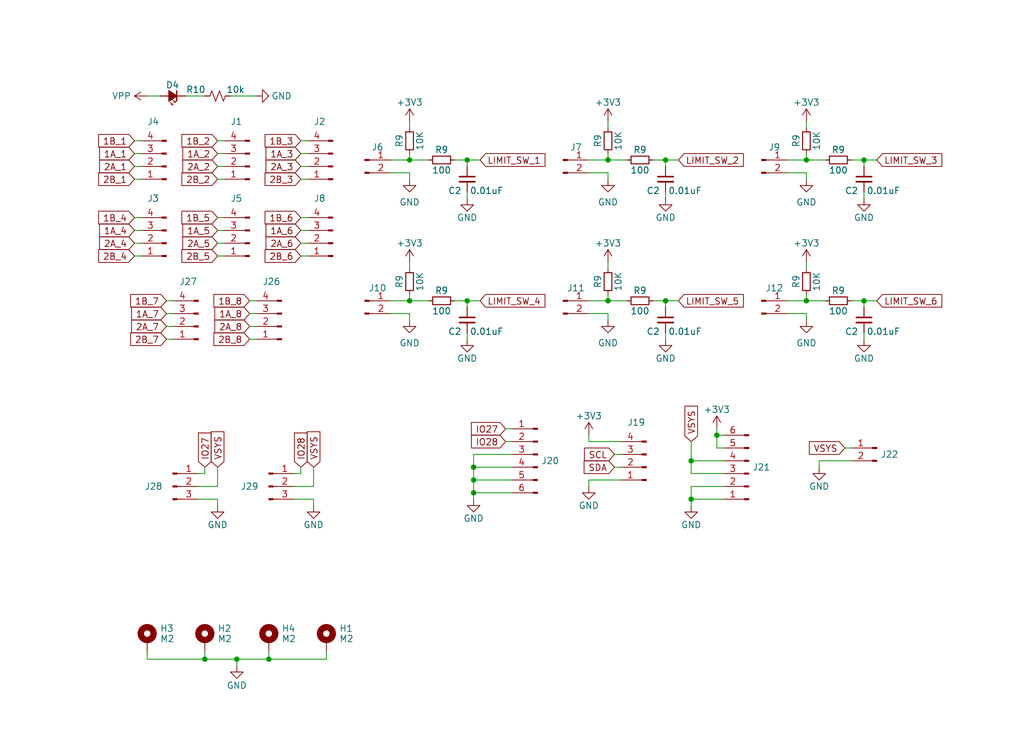
<source format=kicad_sch>
(kicad_sch (version 20230121) (generator eeschema)

  (uuid 44e254d1-1fbc-4905-aea0-99a7c6f7476a)

  (paper "User" 203.2 150.012)

  (lib_symbols
    (symbol "Connector:Conn_01x02_Male" (pin_names (offset 1.016) hide) (in_bom yes) (on_board yes)
      (property "Reference" "J" (at 0 2.54 0)
        (effects (font (size 1.27 1.27)))
      )
      (property "Value" "Conn_01x02_Male" (at 0 -5.08 0)
        (effects (font (size 1.27 1.27)))
      )
      (property "Footprint" "" (at 0 0 0)
        (effects (font (size 1.27 1.27)) hide)
      )
      (property "Datasheet" "~" (at 0 0 0)
        (effects (font (size 1.27 1.27)) hide)
      )
      (property "ki_keywords" "connector" (at 0 0 0)
        (effects (font (size 1.27 1.27)) hide)
      )
      (property "ki_description" "Generic connector, single row, 01x02, script generated (kicad-library-utils/schlib/autogen/connector/)" (at 0 0 0)
        (effects (font (size 1.27 1.27)) hide)
      )
      (property "ki_fp_filters" "Connector*:*_1x??_*" (at 0 0 0)
        (effects (font (size 1.27 1.27)) hide)
      )
      (symbol "Conn_01x02_Male_1_1"
        (polyline
          (pts
            (xy 1.27 -2.54)
            (xy 0.8636 -2.54)
          )
          (stroke (width 0.1524) (type default))
          (fill (type none))
        )
        (polyline
          (pts
            (xy 1.27 0)
            (xy 0.8636 0)
          )
          (stroke (width 0.1524) (type default))
          (fill (type none))
        )
        (rectangle (start 0.8636 -2.413) (end 0 -2.667)
          (stroke (width 0.1524) (type default))
          (fill (type outline))
        )
        (rectangle (start 0.8636 0.127) (end 0 -0.127)
          (stroke (width 0.1524) (type default))
          (fill (type outline))
        )
        (pin passive line (at 5.08 0 180) (length 3.81)
          (name "Pin_1" (effects (font (size 1.27 1.27))))
          (number "1" (effects (font (size 1.27 1.27))))
        )
        (pin passive line (at 5.08 -2.54 180) (length 3.81)
          (name "Pin_2" (effects (font (size 1.27 1.27))))
          (number "2" (effects (font (size 1.27 1.27))))
        )
      )
    )
    (symbol "Connector:Conn_01x03_Pin" (pin_names (offset 1.016) hide) (in_bom yes) (on_board yes)
      (property "Reference" "J" (at 0 5.08 0)
        (effects (font (size 1.27 1.27)))
      )
      (property "Value" "Conn_01x03_Pin" (at 0 -5.08 0)
        (effects (font (size 1.27 1.27)))
      )
      (property "Footprint" "" (at 0 0 0)
        (effects (font (size 1.27 1.27)) hide)
      )
      (property "Datasheet" "~" (at 0 0 0)
        (effects (font (size 1.27 1.27)) hide)
      )
      (property "ki_locked" "" (at 0 0 0)
        (effects (font (size 1.27 1.27)))
      )
      (property "ki_keywords" "connector" (at 0 0 0)
        (effects (font (size 1.27 1.27)) hide)
      )
      (property "ki_description" "Generic connector, single row, 01x03, script generated" (at 0 0 0)
        (effects (font (size 1.27 1.27)) hide)
      )
      (property "ki_fp_filters" "Connector*:*_1x??_*" (at 0 0 0)
        (effects (font (size 1.27 1.27)) hide)
      )
      (symbol "Conn_01x03_Pin_1_1"
        (polyline
          (pts
            (xy 1.27 -2.54)
            (xy 0.8636 -2.54)
          )
          (stroke (width 0.1524) (type default))
          (fill (type none))
        )
        (polyline
          (pts
            (xy 1.27 0)
            (xy 0.8636 0)
          )
          (stroke (width 0.1524) (type default))
          (fill (type none))
        )
        (polyline
          (pts
            (xy 1.27 2.54)
            (xy 0.8636 2.54)
          )
          (stroke (width 0.1524) (type default))
          (fill (type none))
        )
        (rectangle (start 0.8636 -2.413) (end 0 -2.667)
          (stroke (width 0.1524) (type default))
          (fill (type outline))
        )
        (rectangle (start 0.8636 0.127) (end 0 -0.127)
          (stroke (width 0.1524) (type default))
          (fill (type outline))
        )
        (rectangle (start 0.8636 2.667) (end 0 2.413)
          (stroke (width 0.1524) (type default))
          (fill (type outline))
        )
        (pin passive line (at 5.08 2.54 180) (length 3.81)
          (name "Pin_1" (effects (font (size 1.27 1.27))))
          (number "1" (effects (font (size 1.27 1.27))))
        )
        (pin passive line (at 5.08 0 180) (length 3.81)
          (name "Pin_2" (effects (font (size 1.27 1.27))))
          (number "2" (effects (font (size 1.27 1.27))))
        )
        (pin passive line (at 5.08 -2.54 180) (length 3.81)
          (name "Pin_3" (effects (font (size 1.27 1.27))))
          (number "3" (effects (font (size 1.27 1.27))))
        )
      )
    )
    (symbol "Connector:Conn_01x04_Male" (pin_names (offset 1.016) hide) (in_bom yes) (on_board yes)
      (property "Reference" "J" (at 0 5.08 0)
        (effects (font (size 1.27 1.27)))
      )
      (property "Value" "Conn_01x04_Male" (at 0 -7.62 0)
        (effects (font (size 1.27 1.27)))
      )
      (property "Footprint" "" (at 0 0 0)
        (effects (font (size 1.27 1.27)) hide)
      )
      (property "Datasheet" "~" (at 0 0 0)
        (effects (font (size 1.27 1.27)) hide)
      )
      (property "ki_keywords" "connector" (at 0 0 0)
        (effects (font (size 1.27 1.27)) hide)
      )
      (property "ki_description" "Generic connector, single row, 01x04, script generated (kicad-library-utils/schlib/autogen/connector/)" (at 0 0 0)
        (effects (font (size 1.27 1.27)) hide)
      )
      (property "ki_fp_filters" "Connector*:*_1x??_*" (at 0 0 0)
        (effects (font (size 1.27 1.27)) hide)
      )
      (symbol "Conn_01x04_Male_1_1"
        (polyline
          (pts
            (xy 1.27 -5.08)
            (xy 0.8636 -5.08)
          )
          (stroke (width 0.1524) (type default))
          (fill (type none))
        )
        (polyline
          (pts
            (xy 1.27 -2.54)
            (xy 0.8636 -2.54)
          )
          (stroke (width 0.1524) (type default))
          (fill (type none))
        )
        (polyline
          (pts
            (xy 1.27 0)
            (xy 0.8636 0)
          )
          (stroke (width 0.1524) (type default))
          (fill (type none))
        )
        (polyline
          (pts
            (xy 1.27 2.54)
            (xy 0.8636 2.54)
          )
          (stroke (width 0.1524) (type default))
          (fill (type none))
        )
        (rectangle (start 0.8636 -4.953) (end 0 -5.207)
          (stroke (width 0.1524) (type default))
          (fill (type outline))
        )
        (rectangle (start 0.8636 -2.413) (end 0 -2.667)
          (stroke (width 0.1524) (type default))
          (fill (type outline))
        )
        (rectangle (start 0.8636 0.127) (end 0 -0.127)
          (stroke (width 0.1524) (type default))
          (fill (type outline))
        )
        (rectangle (start 0.8636 2.667) (end 0 2.413)
          (stroke (width 0.1524) (type default))
          (fill (type outline))
        )
        (pin passive line (at 5.08 2.54 180) (length 3.81)
          (name "Pin_1" (effects (font (size 1.27 1.27))))
          (number "1" (effects (font (size 1.27 1.27))))
        )
        (pin passive line (at 5.08 0 180) (length 3.81)
          (name "Pin_2" (effects (font (size 1.27 1.27))))
          (number "2" (effects (font (size 1.27 1.27))))
        )
        (pin passive line (at 5.08 -2.54 180) (length 3.81)
          (name "Pin_3" (effects (font (size 1.27 1.27))))
          (number "3" (effects (font (size 1.27 1.27))))
        )
        (pin passive line (at 5.08 -5.08 180) (length 3.81)
          (name "Pin_4" (effects (font (size 1.27 1.27))))
          (number "4" (effects (font (size 1.27 1.27))))
        )
      )
    )
    (symbol "Connector:Conn_01x06_Pin" (pin_names (offset 1.016) hide) (in_bom yes) (on_board yes)
      (property "Reference" "J" (at 0 7.62 0)
        (effects (font (size 1.27 1.27)))
      )
      (property "Value" "Conn_01x06_Pin" (at 0 -10.16 0)
        (effects (font (size 1.27 1.27)))
      )
      (property "Footprint" "" (at 0 0 0)
        (effects (font (size 1.27 1.27)) hide)
      )
      (property "Datasheet" "~" (at 0 0 0)
        (effects (font (size 1.27 1.27)) hide)
      )
      (property "ki_locked" "" (at 0 0 0)
        (effects (font (size 1.27 1.27)))
      )
      (property "ki_keywords" "connector" (at 0 0 0)
        (effects (font (size 1.27 1.27)) hide)
      )
      (property "ki_description" "Generic connector, single row, 01x06, script generated" (at 0 0 0)
        (effects (font (size 1.27 1.27)) hide)
      )
      (property "ki_fp_filters" "Connector*:*_1x??_*" (at 0 0 0)
        (effects (font (size 1.27 1.27)) hide)
      )
      (symbol "Conn_01x06_Pin_1_1"
        (polyline
          (pts
            (xy 1.27 -7.62)
            (xy 0.8636 -7.62)
          )
          (stroke (width 0.1524) (type default))
          (fill (type none))
        )
        (polyline
          (pts
            (xy 1.27 -5.08)
            (xy 0.8636 -5.08)
          )
          (stroke (width 0.1524) (type default))
          (fill (type none))
        )
        (polyline
          (pts
            (xy 1.27 -2.54)
            (xy 0.8636 -2.54)
          )
          (stroke (width 0.1524) (type default))
          (fill (type none))
        )
        (polyline
          (pts
            (xy 1.27 0)
            (xy 0.8636 0)
          )
          (stroke (width 0.1524) (type default))
          (fill (type none))
        )
        (polyline
          (pts
            (xy 1.27 2.54)
            (xy 0.8636 2.54)
          )
          (stroke (width 0.1524) (type default))
          (fill (type none))
        )
        (polyline
          (pts
            (xy 1.27 5.08)
            (xy 0.8636 5.08)
          )
          (stroke (width 0.1524) (type default))
          (fill (type none))
        )
        (rectangle (start 0.8636 -7.493) (end 0 -7.747)
          (stroke (width 0.1524) (type default))
          (fill (type outline))
        )
        (rectangle (start 0.8636 -4.953) (end 0 -5.207)
          (stroke (width 0.1524) (type default))
          (fill (type outline))
        )
        (rectangle (start 0.8636 -2.413) (end 0 -2.667)
          (stroke (width 0.1524) (type default))
          (fill (type outline))
        )
        (rectangle (start 0.8636 0.127) (end 0 -0.127)
          (stroke (width 0.1524) (type default))
          (fill (type outline))
        )
        (rectangle (start 0.8636 2.667) (end 0 2.413)
          (stroke (width 0.1524) (type default))
          (fill (type outline))
        )
        (rectangle (start 0.8636 5.207) (end 0 4.953)
          (stroke (width 0.1524) (type default))
          (fill (type outline))
        )
        (pin passive line (at 5.08 5.08 180) (length 3.81)
          (name "Pin_1" (effects (font (size 1.27 1.27))))
          (number "1" (effects (font (size 1.27 1.27))))
        )
        (pin passive line (at 5.08 2.54 180) (length 3.81)
          (name "Pin_2" (effects (font (size 1.27 1.27))))
          (number "2" (effects (font (size 1.27 1.27))))
        )
        (pin passive line (at 5.08 0 180) (length 3.81)
          (name "Pin_3" (effects (font (size 1.27 1.27))))
          (number "3" (effects (font (size 1.27 1.27))))
        )
        (pin passive line (at 5.08 -2.54 180) (length 3.81)
          (name "Pin_4" (effects (font (size 1.27 1.27))))
          (number "4" (effects (font (size 1.27 1.27))))
        )
        (pin passive line (at 5.08 -5.08 180) (length 3.81)
          (name "Pin_5" (effects (font (size 1.27 1.27))))
          (number "5" (effects (font (size 1.27 1.27))))
        )
        (pin passive line (at 5.08 -7.62 180) (length 3.81)
          (name "Pin_6" (effects (font (size 1.27 1.27))))
          (number "6" (effects (font (size 1.27 1.27))))
        )
      )
    )
    (symbol "Device:C_Small" (pin_numbers hide) (pin_names (offset 0.254) hide) (in_bom yes) (on_board yes)
      (property "Reference" "C" (at 0.254 1.778 0)
        (effects (font (size 1.27 1.27)) (justify left))
      )
      (property "Value" "C_Small" (at 0.254 -2.032 0)
        (effects (font (size 1.27 1.27)) (justify left))
      )
      (property "Footprint" "" (at 0 0 0)
        (effects (font (size 1.27 1.27)) hide)
      )
      (property "Datasheet" "~" (at 0 0 0)
        (effects (font (size 1.27 1.27)) hide)
      )
      (property "ki_keywords" "capacitor cap" (at 0 0 0)
        (effects (font (size 1.27 1.27)) hide)
      )
      (property "ki_description" "Unpolarized capacitor, small symbol" (at 0 0 0)
        (effects (font (size 1.27 1.27)) hide)
      )
      (property "ki_fp_filters" "C_*" (at 0 0 0)
        (effects (font (size 1.27 1.27)) hide)
      )
      (symbol "C_Small_0_1"
        (polyline
          (pts
            (xy -1.524 -0.508)
            (xy 1.524 -0.508)
          )
          (stroke (width 0.3302) (type default))
          (fill (type none))
        )
        (polyline
          (pts
            (xy -1.524 0.508)
            (xy 1.524 0.508)
          )
          (stroke (width 0.3048) (type default))
          (fill (type none))
        )
      )
      (symbol "C_Small_1_1"
        (pin passive line (at 0 2.54 270) (length 2.032)
          (name "~" (effects (font (size 1.27 1.27))))
          (number "1" (effects (font (size 1.27 1.27))))
        )
        (pin passive line (at 0 -2.54 90) (length 2.032)
          (name "~" (effects (font (size 1.27 1.27))))
          (number "2" (effects (font (size 1.27 1.27))))
        )
      )
    )
    (symbol "Device:LED_Small_Filled" (pin_numbers hide) (pin_names (offset 0.254) hide) (in_bom yes) (on_board yes)
      (property "Reference" "D" (at -1.27 3.175 0)
        (effects (font (size 1.27 1.27)) (justify left))
      )
      (property "Value" "LED_Small_Filled" (at -4.445 -2.54 0)
        (effects (font (size 1.27 1.27)) (justify left))
      )
      (property "Footprint" "" (at 0 0 90)
        (effects (font (size 1.27 1.27)) hide)
      )
      (property "Datasheet" "~" (at 0 0 90)
        (effects (font (size 1.27 1.27)) hide)
      )
      (property "ki_keywords" "LED diode light-emitting-diode" (at 0 0 0)
        (effects (font (size 1.27 1.27)) hide)
      )
      (property "ki_description" "Light emitting diode, small symbol, filled shape" (at 0 0 0)
        (effects (font (size 1.27 1.27)) hide)
      )
      (property "ki_fp_filters" "LED* LED_SMD:* LED_THT:*" (at 0 0 0)
        (effects (font (size 1.27 1.27)) hide)
      )
      (symbol "LED_Small_Filled_0_1"
        (polyline
          (pts
            (xy -0.762 -1.016)
            (xy -0.762 1.016)
          )
          (stroke (width 0.254) (type default))
          (fill (type none))
        )
        (polyline
          (pts
            (xy 1.016 0)
            (xy -0.762 0)
          )
          (stroke (width 0) (type default))
          (fill (type none))
        )
        (polyline
          (pts
            (xy 0.762 -1.016)
            (xy -0.762 0)
            (xy 0.762 1.016)
            (xy 0.762 -1.016)
          )
          (stroke (width 0.254) (type default))
          (fill (type outline))
        )
        (polyline
          (pts
            (xy 0 0.762)
            (xy -0.508 1.27)
            (xy -0.254 1.27)
            (xy -0.508 1.27)
            (xy -0.508 1.016)
          )
          (stroke (width 0) (type default))
          (fill (type none))
        )
        (polyline
          (pts
            (xy 0.508 1.27)
            (xy 0 1.778)
            (xy 0.254 1.778)
            (xy 0 1.778)
            (xy 0 1.524)
          )
          (stroke (width 0) (type default))
          (fill (type none))
        )
      )
      (symbol "LED_Small_Filled_1_1"
        (pin passive line (at -2.54 0 0) (length 1.778)
          (name "K" (effects (font (size 1.27 1.27))))
          (number "1" (effects (font (size 1.27 1.27))))
        )
        (pin passive line (at 2.54 0 180) (length 1.778)
          (name "A" (effects (font (size 1.27 1.27))))
          (number "2" (effects (font (size 1.27 1.27))))
        )
      )
    )
    (symbol "Device:R_Small" (pin_numbers hide) (pin_names (offset 0.254) hide) (in_bom yes) (on_board yes)
      (property "Reference" "R" (at 0.762 0.508 0)
        (effects (font (size 1.27 1.27)) (justify left))
      )
      (property "Value" "R_Small" (at 0.762 -1.016 0)
        (effects (font (size 1.27 1.27)) (justify left))
      )
      (property "Footprint" "" (at 0 0 0)
        (effects (font (size 1.27 1.27)) hide)
      )
      (property "Datasheet" "~" (at 0 0 0)
        (effects (font (size 1.27 1.27)) hide)
      )
      (property "ki_keywords" "R resistor" (at 0 0 0)
        (effects (font (size 1.27 1.27)) hide)
      )
      (property "ki_description" "Resistor, small symbol" (at 0 0 0)
        (effects (font (size 1.27 1.27)) hide)
      )
      (property "ki_fp_filters" "R_*" (at 0 0 0)
        (effects (font (size 1.27 1.27)) hide)
      )
      (symbol "R_Small_0_1"
        (rectangle (start -0.762 1.778) (end 0.762 -1.778)
          (stroke (width 0.2032) (type default))
          (fill (type none))
        )
      )
      (symbol "R_Small_1_1"
        (pin passive line (at 0 2.54 270) (length 0.762)
          (name "~" (effects (font (size 1.27 1.27))))
          (number "1" (effects (font (size 1.27 1.27))))
        )
        (pin passive line (at 0 -2.54 90) (length 0.762)
          (name "~" (effects (font (size 1.27 1.27))))
          (number "2" (effects (font (size 1.27 1.27))))
        )
      )
    )
    (symbol "Device:R_Small_US" (pin_numbers hide) (pin_names (offset 0.254) hide) (in_bom yes) (on_board yes)
      (property "Reference" "R" (at 0.762 0.508 0)
        (effects (font (size 1.27 1.27)) (justify left))
      )
      (property "Value" "R_Small_US" (at 0.762 -1.016 0)
        (effects (font (size 1.27 1.27)) (justify left))
      )
      (property "Footprint" "" (at 0 0 0)
        (effects (font (size 1.27 1.27)) hide)
      )
      (property "Datasheet" "~" (at 0 0 0)
        (effects (font (size 1.27 1.27)) hide)
      )
      (property "ki_keywords" "r resistor" (at 0 0 0)
        (effects (font (size 1.27 1.27)) hide)
      )
      (property "ki_description" "Resistor, small US symbol" (at 0 0 0)
        (effects (font (size 1.27 1.27)) hide)
      )
      (property "ki_fp_filters" "R_*" (at 0 0 0)
        (effects (font (size 1.27 1.27)) hide)
      )
      (symbol "R_Small_US_1_1"
        (polyline
          (pts
            (xy 0 0)
            (xy 1.016 -0.381)
            (xy 0 -0.762)
            (xy -1.016 -1.143)
            (xy 0 -1.524)
          )
          (stroke (width 0) (type default))
          (fill (type none))
        )
        (polyline
          (pts
            (xy 0 1.524)
            (xy 1.016 1.143)
            (xy 0 0.762)
            (xy -1.016 0.381)
            (xy 0 0)
          )
          (stroke (width 0) (type default))
          (fill (type none))
        )
        (pin passive line (at 0 2.54 270) (length 1.016)
          (name "~" (effects (font (size 1.27 1.27))))
          (number "1" (effects (font (size 1.27 1.27))))
        )
        (pin passive line (at 0 -2.54 90) (length 1.016)
          (name "~" (effects (font (size 1.27 1.27))))
          (number "2" (effects (font (size 1.27 1.27))))
        )
      )
    )
    (symbol "Mechanical:MountingHole_Pad" (pin_numbers hide) (pin_names (offset 1.016) hide) (in_bom yes) (on_board yes)
      (property "Reference" "H" (at 0 6.35 0)
        (effects (font (size 1.27 1.27)))
      )
      (property "Value" "MountingHole_Pad" (at 0 4.445 0)
        (effects (font (size 1.27 1.27)))
      )
      (property "Footprint" "" (at 0 0 0)
        (effects (font (size 1.27 1.27)) hide)
      )
      (property "Datasheet" "~" (at 0 0 0)
        (effects (font (size 1.27 1.27)) hide)
      )
      (property "ki_keywords" "mounting hole" (at 0 0 0)
        (effects (font (size 1.27 1.27)) hide)
      )
      (property "ki_description" "Mounting Hole with connection" (at 0 0 0)
        (effects (font (size 1.27 1.27)) hide)
      )
      (property "ki_fp_filters" "MountingHole*Pad*" (at 0 0 0)
        (effects (font (size 1.27 1.27)) hide)
      )
      (symbol "MountingHole_Pad_0_1"
        (circle (center 0 1.27) (radius 1.27)
          (stroke (width 1.27) (type default))
          (fill (type none))
        )
      )
      (symbol "MountingHole_Pad_1_1"
        (pin input line (at 0 -2.54 90) (length 2.54)
          (name "1" (effects (font (size 1.27 1.27))))
          (number "1" (effects (font (size 1.27 1.27))))
        )
      )
    )
    (symbol "power:+3V3" (power) (pin_names (offset 0)) (in_bom yes) (on_board yes)
      (property "Reference" "#PWR" (at 0 -3.81 0)
        (effects (font (size 1.27 1.27)) hide)
      )
      (property "Value" "+3V3" (at 0 3.556 0)
        (effects (font (size 1.27 1.27)))
      )
      (property "Footprint" "" (at 0 0 0)
        (effects (font (size 1.27 1.27)) hide)
      )
      (property "Datasheet" "" (at 0 0 0)
        (effects (font (size 1.27 1.27)) hide)
      )
      (property "ki_keywords" "global power" (at 0 0 0)
        (effects (font (size 1.27 1.27)) hide)
      )
      (property "ki_description" "Power symbol creates a global label with name \"+3V3\"" (at 0 0 0)
        (effects (font (size 1.27 1.27)) hide)
      )
      (symbol "+3V3_0_1"
        (polyline
          (pts
            (xy -0.762 1.27)
            (xy 0 2.54)
          )
          (stroke (width 0) (type default))
          (fill (type none))
        )
        (polyline
          (pts
            (xy 0 0)
            (xy 0 2.54)
          )
          (stroke (width 0) (type default))
          (fill (type none))
        )
        (polyline
          (pts
            (xy 0 2.54)
            (xy 0.762 1.27)
          )
          (stroke (width 0) (type default))
          (fill (type none))
        )
      )
      (symbol "+3V3_1_1"
        (pin power_in line (at 0 0 90) (length 0) hide
          (name "+3V3" (effects (font (size 1.27 1.27))))
          (number "1" (effects (font (size 1.27 1.27))))
        )
      )
    )
    (symbol "power:GND" (power) (pin_names (offset 0)) (in_bom yes) (on_board yes)
      (property "Reference" "#PWR" (at 0 -6.35 0)
        (effects (font (size 1.27 1.27)) hide)
      )
      (property "Value" "GND" (at 0 -3.81 0)
        (effects (font (size 1.27 1.27)))
      )
      (property "Footprint" "" (at 0 0 0)
        (effects (font (size 1.27 1.27)) hide)
      )
      (property "Datasheet" "" (at 0 0 0)
        (effects (font (size 1.27 1.27)) hide)
      )
      (property "ki_keywords" "power-flag" (at 0 0 0)
        (effects (font (size 1.27 1.27)) hide)
      )
      (property "ki_description" "Power symbol creates a global label with name \"GND\" , ground" (at 0 0 0)
        (effects (font (size 1.27 1.27)) hide)
      )
      (symbol "GND_0_1"
        (polyline
          (pts
            (xy 0 0)
            (xy 0 -1.27)
            (xy 1.27 -1.27)
            (xy 0 -2.54)
            (xy -1.27 -1.27)
            (xy 0 -1.27)
          )
          (stroke (width 0) (type default))
          (fill (type none))
        )
      )
      (symbol "GND_1_1"
        (pin power_in line (at 0 0 270) (length 0) hide
          (name "GND" (effects (font (size 1.27 1.27))))
          (number "1" (effects (font (size 1.27 1.27))))
        )
      )
    )
    (symbol "power:VPP" (power) (pin_names (offset 0)) (in_bom yes) (on_board yes)
      (property "Reference" "#PWR" (at 0 -3.81 0)
        (effects (font (size 1.27 1.27)) hide)
      )
      (property "Value" "VPP" (at 0 3.81 0)
        (effects (font (size 1.27 1.27)))
      )
      (property "Footprint" "" (at 0 0 0)
        (effects (font (size 1.27 1.27)) hide)
      )
      (property "Datasheet" "" (at 0 0 0)
        (effects (font (size 1.27 1.27)) hide)
      )
      (property "ki_keywords" "power-flag" (at 0 0 0)
        (effects (font (size 1.27 1.27)) hide)
      )
      (property "ki_description" "Power symbol creates a global label with name \"VPP\"" (at 0 0 0)
        (effects (font (size 1.27 1.27)) hide)
      )
      (symbol "VPP_0_1"
        (polyline
          (pts
            (xy -0.762 1.27)
            (xy 0 2.54)
          )
          (stroke (width 0) (type default))
          (fill (type none))
        )
        (polyline
          (pts
            (xy 0 0)
            (xy 0 2.54)
          )
          (stroke (width 0) (type default))
          (fill (type none))
        )
        (polyline
          (pts
            (xy 0 2.54)
            (xy 0.762 1.27)
          )
          (stroke (width 0) (type default))
          (fill (type none))
        )
      )
      (symbol "VPP_1_1"
        (pin power_in line (at 0 0 90) (length 0) hide
          (name "VPP" (effects (font (size 1.27 1.27))))
          (number "1" (effects (font (size 1.27 1.27))))
        )
      )
    )
  )

  (junction (at 92.71 59.69) (diameter 0) (color 0 0 0 0)
    (uuid 019060de-b1aa-45c4-9730-6e809bd41392)
  )
  (junction (at 120.65 59.69) (diameter 0) (color 0 0 0 0)
    (uuid 01cc55a2-b798-4607-9c69-989026f605ac)
  )
  (junction (at 142.24 86.36) (diameter 0) (color 0 0 0 0)
    (uuid 06ffd59f-43f5-42db-a4c1-5a8627971ef3)
  )
  (junction (at 132.08 31.75) (diameter 0) (color 0 0 0 0)
    (uuid 0ec32245-925d-451e-8333-c448d7815aaa)
  )
  (junction (at 137.16 99.06) (diameter 0) (color 0 0 0 0)
    (uuid 386b4480-139b-40c1-b1c7-41fffb70970a)
  )
  (junction (at 93.98 97.79) (diameter 0) (color 0 0 0 0)
    (uuid 401d6484-8628-4a11-89fa-3a8f4962e0d5)
  )
  (junction (at 81.28 31.75) (diameter 0) (color 0 0 0 0)
    (uuid 4d107860-923b-4923-b0cf-d7a1122c8627)
  )
  (junction (at 53.34 130.81) (diameter 0) (color 0 0 0 0)
    (uuid 5051ad49-01aa-46a0-a103-bf852c36c2a3)
  )
  (junction (at 160.02 59.69) (diameter 0) (color 0 0 0 0)
    (uuid 51a3c812-a8ad-4726-9973-f7f3388f3639)
  )
  (junction (at 93.98 95.25) (diameter 0) (color 0 0 0 0)
    (uuid 70a9e568-7d7d-4ea2-b1c2-16f2aca0dbb0)
  )
  (junction (at 171.45 59.69) (diameter 0) (color 0 0 0 0)
    (uuid 7b06c15c-3b11-4191-ba36-3701a094e42a)
  )
  (junction (at 160.02 31.75) (diameter 0) (color 0 0 0 0)
    (uuid 82807e99-8790-4da1-8910-40027691db7d)
  )
  (junction (at 46.99 130.81) (diameter 0) (color 0 0 0 0)
    (uuid 87b696cd-9eaa-4b3d-84fe-fc78f87ee402)
  )
  (junction (at 137.16 91.44) (diameter 0) (color 0 0 0 0)
    (uuid 8a71a1df-9db5-41f2-820e-9203d67656ef)
  )
  (junction (at 132.08 59.69) (diameter 0) (color 0 0 0 0)
    (uuid c975d691-9afb-45ed-9ab4-b301fdf72f53)
  )
  (junction (at 120.65 31.75) (diameter 0) (color 0 0 0 0)
    (uuid cf4d496c-cce1-48a4-b4ea-53a0e47d86df)
  )
  (junction (at 81.28 59.69) (diameter 0) (color 0 0 0 0)
    (uuid e2a4fcda-7795-4f3c-9f99-1927a7e1bb40)
  )
  (junction (at 92.71 31.75) (diameter 0) (color 0 0 0 0)
    (uuid e562cf37-1fe5-4320-9587-fc91e56961ca)
  )
  (junction (at 40.64 130.81) (diameter 0) (color 0 0 0 0)
    (uuid ec9fcc68-5cca-413f-809e-be089900b97c)
  )
  (junction (at 171.45 31.75) (diameter 0) (color 0 0 0 0)
    (uuid f06177f1-45ba-4ce2-870a-d1c88e03e4c1)
  )
  (junction (at 93.98 92.71) (diameter 0) (color 0 0 0 0)
    (uuid f5227bf3-a91d-4583-b968-f998b1cb7f24)
  )

  (wire (pts (xy 123.19 90.17) (xy 121.92 90.17))
    (stroke (width 0) (type default))
    (uuid 03619b41-2076-43bd-9607-9ec6a2f615e7)
  )
  (wire (pts (xy 44.45 35.56) (xy 43.18 35.56))
    (stroke (width 0) (type default))
    (uuid 05a94068-38d1-4f68-a1a7-c3cb26eade0c)
  )
  (wire (pts (xy 160.02 34.29) (xy 160.02 35.56))
    (stroke (width 0) (type default))
    (uuid 0657c683-b11c-43c2-8997-d8f9983f36c0)
  )
  (wire (pts (xy 132.08 31.75) (xy 134.62 31.75))
    (stroke (width 0) (type default))
    (uuid 09d3ffb1-0d4d-4752-a8ab-8a6413551880)
  )
  (wire (pts (xy 93.98 90.17) (xy 101.6 90.17))
    (stroke (width 0) (type default))
    (uuid 0d88ffcf-1b6c-4715-ae08-1c5127a9c0e2)
  )
  (wire (pts (xy 46.99 130.81) (xy 46.99 132.08))
    (stroke (width 0) (type default))
    (uuid 0dd13ec4-fbf5-4612-a255-31c399c10530)
  )
  (wire (pts (xy 132.08 31.75) (xy 132.08 33.02))
    (stroke (width 0) (type default))
    (uuid 0e0ed537-94be-4aff-9ef9-5d03e9abaa3f)
  )
  (wire (pts (xy 142.24 88.9) (xy 143.51 88.9))
    (stroke (width 0) (type default))
    (uuid 0e174ee8-38e4-434a-8079-6251626353ae)
  )
  (wire (pts (xy 142.24 86.36) (xy 142.24 88.9))
    (stroke (width 0) (type default))
    (uuid 10e6173e-7943-45a3-b845-07a6702b7f9c)
  )
  (wire (pts (xy 120.65 52.07) (xy 120.65 53.34))
    (stroke (width 0) (type default))
    (uuid 11a2fcf9-b75f-46d7-9927-2c315af579e7)
  )
  (wire (pts (xy 50.8 67.31) (xy 49.53 67.31))
    (stroke (width 0) (type default))
    (uuid 11efb088-c8ef-4509-babb-3fad78866f90)
  )
  (wire (pts (xy 44.45 45.72) (xy 43.18 45.72))
    (stroke (width 0) (type default))
    (uuid 13e83aee-e54f-4af5-90e4-e16ecedd36d8)
  )
  (wire (pts (xy 27.94 50.8) (xy 26.67 50.8))
    (stroke (width 0) (type default))
    (uuid 14583549-bc6b-4469-a34d-638e23b90e8f)
  )
  (wire (pts (xy 46.99 130.81) (xy 53.34 130.81))
    (stroke (width 0) (type default))
    (uuid 1780942d-eb3c-44a5-997c-03652af1b5a0)
  )
  (wire (pts (xy 162.56 91.44) (xy 162.56 92.71))
    (stroke (width 0) (type default))
    (uuid 1901072a-7050-480b-8432-17e218f8373a)
  )
  (wire (pts (xy 132.08 59.69) (xy 132.08 60.96))
    (stroke (width 0) (type default))
    (uuid 1946ff34-633c-4eab-aad2-2d43ec40e0d6)
  )
  (wire (pts (xy 137.16 100.33) (xy 137.16 99.06))
    (stroke (width 0) (type default))
    (uuid 19893c84-fdd3-4521-a776-d6ffc653b2b1)
  )
  (wire (pts (xy 120.65 58.42) (xy 120.65 59.69))
    (stroke (width 0) (type default))
    (uuid 1b17dab8-abf7-4e1e-a812-dfe26377acf1)
  )
  (wire (pts (xy 43.18 92.71) (xy 43.18 96.52))
    (stroke (width 0) (type default))
    (uuid 1e9c7a4f-3ba3-470a-8a75-742a3cdd4ef6)
  )
  (wire (pts (xy 132.08 38.1) (xy 132.08 39.37))
    (stroke (width 0) (type default))
    (uuid 1ef95f6b-008e-445f-9332-95c6df923d1f)
  )
  (wire (pts (xy 132.08 66.04) (xy 132.08 67.31))
    (stroke (width 0) (type default))
    (uuid 2057321a-3d28-4005-9934-095e8ea6cffe)
  )
  (wire (pts (xy 92.71 59.69) (xy 95.25 59.69))
    (stroke (width 0) (type default))
    (uuid 20618097-d6d0-4999-bced-c03ba182b5de)
  )
  (wire (pts (xy 116.84 95.25) (xy 123.19 95.25))
    (stroke (width 0) (type default))
    (uuid 2071405e-b3fb-4188-a95c-24505b8e5ea2)
  )
  (wire (pts (xy 93.98 95.25) (xy 93.98 92.71))
    (stroke (width 0) (type default))
    (uuid 2492945b-1ea4-4e95-a69f-ae9c94d2af62)
  )
  (wire (pts (xy 120.65 62.23) (xy 116.84 62.23))
    (stroke (width 0) (type default))
    (uuid 28acd0fd-9cf4-4887-b96d-c656f51a28bc)
  )
  (wire (pts (xy 100.33 87.63) (xy 101.6 87.63))
    (stroke (width 0) (type default))
    (uuid 2b0e5d39-b5c8-4b22-a541-5b1986b2c191)
  )
  (wire (pts (xy 116.84 31.75) (xy 120.65 31.75))
    (stroke (width 0) (type default))
    (uuid 2e22631e-10cd-4f1b-bad1-bc18661b1fca)
  )
  (wire (pts (xy 27.94 35.56) (xy 26.67 35.56))
    (stroke (width 0) (type default))
    (uuid 2fd349bf-25cd-4d34-88b1-e9b195ee90b5)
  )
  (wire (pts (xy 34.29 67.31) (xy 33.02 67.31))
    (stroke (width 0) (type default))
    (uuid 2fe9af57-33f2-4bc7-8a67-acd1cd1df25d)
  )
  (wire (pts (xy 62.23 99.06) (xy 62.23 100.33))
    (stroke (width 0) (type default))
    (uuid 30f62156-dba6-47ae-9d6d-e0bdbc0badc7)
  )
  (wire (pts (xy 64.77 129.54) (xy 64.77 130.81))
    (stroke (width 0) (type default))
    (uuid 314f1523-90d6-4248-b73d-de62385352b5)
  )
  (wire (pts (xy 92.71 31.75) (xy 95.25 31.75))
    (stroke (width 0) (type default))
    (uuid 327eaf17-8e06-44fb-aff8-7fcc24598472)
  )
  (wire (pts (xy 81.28 52.07) (xy 81.28 53.34))
    (stroke (width 0) (type default))
    (uuid 34165ad1-beae-441c-bb75-5461a10e54f2)
  )
  (wire (pts (xy 53.34 130.81) (xy 64.77 130.81))
    (stroke (width 0) (type default))
    (uuid 3422f9b0-47ab-4983-9080-150211706ecd)
  )
  (wire (pts (xy 90.17 59.69) (xy 92.71 59.69))
    (stroke (width 0) (type default))
    (uuid 35f96f6b-61c0-44a6-94ce-fac4df19805f)
  )
  (wire (pts (xy 160.02 62.23) (xy 160.02 63.5))
    (stroke (width 0) (type default))
    (uuid 36b7db0a-a67a-4e05-83bc-7a5378127f58)
  )
  (wire (pts (xy 137.16 91.44) (xy 143.51 91.44))
    (stroke (width 0) (type default))
    (uuid 3770c804-6b51-4d53-8b84-46ea0c8e4e8c)
  )
  (wire (pts (xy 77.47 59.69) (xy 81.28 59.69))
    (stroke (width 0) (type default))
    (uuid 377d644f-8573-4278-9a7c-b477f9ec11cd)
  )
  (wire (pts (xy 27.94 48.26) (xy 26.67 48.26))
    (stroke (width 0) (type default))
    (uuid 3a241ea5-7026-44ca-9c7b-d7026099519a)
  )
  (wire (pts (xy 40.64 93.98) (xy 40.64 92.71))
    (stroke (width 0) (type default))
    (uuid 3b06161e-5ae2-46a2-874b-168a02b63a48)
  )
  (wire (pts (xy 60.96 45.72) (xy 59.69 45.72))
    (stroke (width 0) (type default))
    (uuid 3e353f49-3297-4ead-af0c-dc3523dd8170)
  )
  (wire (pts (xy 129.54 59.69) (xy 132.08 59.69))
    (stroke (width 0) (type default))
    (uuid 3f2f2d22-adfa-4c83-b267-7c068fa4c0e7)
  )
  (wire (pts (xy 60.96 50.8) (xy 59.69 50.8))
    (stroke (width 0) (type default))
    (uuid 404016ff-df41-40c4-95e8-0a90d4a0040a)
  )
  (wire (pts (xy 137.16 96.52) (xy 143.51 96.52))
    (stroke (width 0) (type default))
    (uuid 43404977-4248-43b2-88b8-519660f6242b)
  )
  (wire (pts (xy 171.45 59.69) (xy 171.45 60.96))
    (stroke (width 0) (type default))
    (uuid 48cc886d-c753-4e1f-a4ab-495c54b0ee28)
  )
  (wire (pts (xy 81.28 31.75) (xy 85.09 31.75))
    (stroke (width 0) (type default))
    (uuid 493d07c5-4ecc-4752-aaf8-43d14d6c6a28)
  )
  (wire (pts (xy 167.64 88.9) (xy 168.91 88.9))
    (stroke (width 0) (type default))
    (uuid 4ad73284-2ce4-4ccd-a1cb-64c25455760d)
  )
  (wire (pts (xy 168.91 31.75) (xy 171.45 31.75))
    (stroke (width 0) (type default))
    (uuid 4fcdd03e-9007-47ab-94a7-d271de63ef47)
  )
  (wire (pts (xy 142.24 86.36) (xy 143.51 86.36))
    (stroke (width 0) (type default))
    (uuid 501e6c43-3673-4497-adfb-472d36462496)
  )
  (wire (pts (xy 93.98 97.79) (xy 101.6 97.79))
    (stroke (width 0) (type default))
    (uuid 52025837-28f2-4718-954b-6711434c6e5a)
  )
  (wire (pts (xy 40.64 129.54) (xy 40.64 130.81))
    (stroke (width 0) (type default))
    (uuid 525225b6-66de-43af-9b4e-6a2c47f3e6a4)
  )
  (wire (pts (xy 29.21 129.54) (xy 29.21 130.81))
    (stroke (width 0) (type default))
    (uuid 54b67397-3573-4632-816d-df69d07f120a)
  )
  (wire (pts (xy 120.65 34.29) (xy 116.84 34.29))
    (stroke (width 0) (type default))
    (uuid 5a210b2e-9271-40f4-9baa-d1bc0b777b1e)
  )
  (wire (pts (xy 43.18 100.33) (xy 43.18 99.06))
    (stroke (width 0) (type default))
    (uuid 5aee9eb7-1a65-45ac-8c50-fbe9459d9aba)
  )
  (wire (pts (xy 81.28 34.29) (xy 77.47 34.29))
    (stroke (width 0) (type default))
    (uuid 5c58da47-e5ca-4138-9ed9-2a33f7123ef2)
  )
  (wire (pts (xy 81.28 59.69) (xy 85.09 59.69))
    (stroke (width 0) (type default))
    (uuid 5ebfa475-a9d0-4d0c-ad73-1cddb2653a2c)
  )
  (wire (pts (xy 53.34 129.54) (xy 53.34 130.81))
    (stroke (width 0) (type default))
    (uuid 5f6f709e-26b8-406b-8cd0-0079fa2b7657)
  )
  (wire (pts (xy 50.8 62.23) (xy 49.53 62.23))
    (stroke (width 0) (type default))
    (uuid 5fb447ad-fcfc-4298-9f4c-374f6a729aa8)
  )
  (wire (pts (xy 120.65 59.69) (xy 124.46 59.69))
    (stroke (width 0) (type default))
    (uuid 6ed378b1-11f6-43ce-b632-df61584ac34c)
  )
  (wire (pts (xy 29.21 130.81) (xy 40.64 130.81))
    (stroke (width 0) (type default))
    (uuid 71bd21ce-00d5-4186-ab4e-8c82e99c682f)
  )
  (wire (pts (xy 168.91 59.69) (xy 171.45 59.69))
    (stroke (width 0) (type default))
    (uuid 73415f86-c123-401c-930b-46efe5deacb9)
  )
  (wire (pts (xy 93.98 97.79) (xy 93.98 95.25))
    (stroke (width 0) (type default))
    (uuid 74bb1c1b-11c1-47e4-9952-562027f52974)
  )
  (wire (pts (xy 123.19 92.71) (xy 121.92 92.71))
    (stroke (width 0) (type default))
    (uuid 7511c703-1327-4cc9-9663-2e200070ad6b)
  )
  (wire (pts (xy 129.54 31.75) (xy 132.08 31.75))
    (stroke (width 0) (type default))
    (uuid 7a158bea-a8e6-4553-8452-fd9f826951a4)
  )
  (wire (pts (xy 59.69 93.98) (xy 59.69 92.71))
    (stroke (width 0) (type default))
    (uuid 7ad32e4d-4dd1-416a-836c-56d836e335a1)
  )
  (wire (pts (xy 44.45 43.18) (xy 43.18 43.18))
    (stroke (width 0) (type default))
    (uuid 7b1fba4a-fd3e-40cd-af56-76711876e814)
  )
  (wire (pts (xy 160.02 62.23) (xy 156.21 62.23))
    (stroke (width 0) (type default))
    (uuid 7df7c5ae-21b6-4619-8820-d9f17305347d)
  )
  (wire (pts (xy 116.84 86.36) (xy 116.84 87.63))
    (stroke (width 0) (type default))
    (uuid 7fe8a705-2151-4e81-b3b3-3a485f9a06ba)
  )
  (wire (pts (xy 39.37 96.52) (xy 43.18 96.52))
    (stroke (width 0) (type default))
    (uuid 8032529d-e1e7-4082-b26c-5c97defff7a5)
  )
  (wire (pts (xy 116.84 96.52) (xy 116.84 95.25))
    (stroke (width 0) (type default))
    (uuid 824441e5-b487-4a07-80e9-0a085eb2a77d)
  )
  (wire (pts (xy 44.45 30.48) (xy 43.18 30.48))
    (stroke (width 0) (type default))
    (uuid 840b84d4-20c9-402e-8789-4f0ccb4b070d)
  )
  (wire (pts (xy 92.71 59.69) (xy 92.71 60.96))
    (stroke (width 0) (type default))
    (uuid 85e35db8-3683-49d8-84d9-64f4762d6981)
  )
  (wire (pts (xy 60.96 48.26) (xy 59.69 48.26))
    (stroke (width 0) (type default))
    (uuid 87035b0f-a0d4-4ca3-bf97-b3f7bb749309)
  )
  (wire (pts (xy 58.42 96.52) (xy 62.23 96.52))
    (stroke (width 0) (type default))
    (uuid 88a3361d-58b8-4d9a-a85f-6ffac7cad287)
  )
  (wire (pts (xy 116.84 59.69) (xy 120.65 59.69))
    (stroke (width 0) (type default))
    (uuid 897ca33e-461d-49d3-9a6b-c02b83050f8d)
  )
  (wire (pts (xy 93.98 92.71) (xy 101.6 92.71))
    (stroke (width 0) (type default))
    (uuid 8ab5a3dd-283e-40b3-88eb-9daa84ed3972)
  )
  (wire (pts (xy 137.16 91.44) (xy 137.16 93.98))
    (stroke (width 0) (type default))
    (uuid 8b7342d0-2249-43b5-96b9-c3ce9215b0ba)
  )
  (wire (pts (xy 160.02 59.69) (xy 163.83 59.69))
    (stroke (width 0) (type default))
    (uuid 900597e0-6386-4f3b-bc0f-6a204168d956)
  )
  (wire (pts (xy 160.02 24.13) (xy 160.02 25.4))
    (stroke (width 0) (type default))
    (uuid 902a6170-d3f3-44f3-a1ba-7f8a93578550)
  )
  (wire (pts (xy 77.47 31.75) (xy 81.28 31.75))
    (stroke (width 0) (type default))
    (uuid 9075260b-c5c8-4040-b97c-12f9386bfdfd)
  )
  (wire (pts (xy 92.71 38.1) (xy 92.71 39.37))
    (stroke (width 0) (type default))
    (uuid 90c4d35f-35c7-4917-bd45-e8f007e52a3d)
  )
  (wire (pts (xy 142.24 85.09) (xy 142.24 86.36))
    (stroke (width 0) (type default))
    (uuid 92407a38-100a-430d-9fa7-985321bdfc30)
  )
  (wire (pts (xy 58.42 99.06) (xy 62.23 99.06))
    (stroke (width 0) (type default))
    (uuid 93a982e1-c91d-45f5-a8d0-c2d8ca0c9b8c)
  )
  (wire (pts (xy 27.94 43.18) (xy 26.67 43.18))
    (stroke (width 0) (type default))
    (uuid 94e12b3e-a0e3-4cf2-84ff-04d161cd2bb1)
  )
  (wire (pts (xy 44.45 48.26) (xy 43.18 48.26))
    (stroke (width 0) (type default))
    (uuid 97b237f3-bc9f-446c-84a5-6db521740fcf)
  )
  (wire (pts (xy 93.98 99.06) (xy 93.98 97.79))
    (stroke (width 0) (type default))
    (uuid 98ca7f86-9177-4e08-adda-daed75bf77a6)
  )
  (wire (pts (xy 116.84 87.63) (xy 123.19 87.63))
    (stroke (width 0) (type default))
    (uuid 99fc78de-cb4c-48b9-ac4e-a1fcf362e6b1)
  )
  (wire (pts (xy 60.96 35.56) (xy 59.69 35.56))
    (stroke (width 0) (type default))
    (uuid 9c48baa1-081f-44da-b1e1-87ceffc5215e)
  )
  (wire (pts (xy 132.08 59.69) (xy 134.62 59.69))
    (stroke (width 0) (type default))
    (uuid 9d303e9c-0374-433b-86d2-a66fc068e72f)
  )
  (wire (pts (xy 100.33 85.09) (xy 101.6 85.09))
    (stroke (width 0) (type default))
    (uuid 9d7708a0-9df0-4be9-8995-42964950022b)
  )
  (wire (pts (xy 27.94 27.94) (xy 26.67 27.94))
    (stroke (width 0) (type default))
    (uuid 9e3b836b-51e6-4181-aed1-aa1c7984fdab)
  )
  (wire (pts (xy 60.96 27.94) (xy 59.69 27.94))
    (stroke (width 0) (type default))
    (uuid 9f3e8356-498a-4974-8609-3da2eb1e883e)
  )
  (wire (pts (xy 120.65 31.75) (xy 124.46 31.75))
    (stroke (width 0) (type default))
    (uuid 9fa14937-3900-467e-aa05-b7e764a5b527)
  )
  (wire (pts (xy 39.37 93.98) (xy 40.64 93.98))
    (stroke (width 0) (type default))
    (uuid a0d4bf8d-035b-4e82-948b-82786cb21146)
  )
  (wire (pts (xy 44.45 50.8) (xy 43.18 50.8))
    (stroke (width 0) (type default))
    (uuid a2543409-d864-498f-b522-43798557a55c)
  )
  (wire (pts (xy 120.65 30.48) (xy 120.65 31.75))
    (stroke (width 0) (type default))
    (uuid a7d73fc3-34e8-4a8c-b935-208ea0d1a05c)
  )
  (wire (pts (xy 92.71 66.04) (xy 92.71 67.31))
    (stroke (width 0) (type default))
    (uuid a84fe268-42af-44e0-a8b3-274b19da9f0b)
  )
  (wire (pts (xy 93.98 92.71) (xy 93.98 90.17))
    (stroke (width 0) (type default))
    (uuid a985dabb-8a4f-4bf2-8472-e8fd830dcf31)
  )
  (wire (pts (xy 171.45 31.75) (xy 173.99 31.75))
    (stroke (width 0) (type default))
    (uuid ab86daa4-c76b-4f30-b881-d8af454881f8)
  )
  (wire (pts (xy 171.45 59.69) (xy 173.99 59.69))
    (stroke (width 0) (type default))
    (uuid ab89d0ea-b85a-462e-bba1-e00bd136cf0b)
  )
  (wire (pts (xy 137.16 99.06) (xy 143.51 99.06))
    (stroke (width 0) (type default))
    (uuid ab8de185-d52a-47a7-b648-321eff92ddee)
  )
  (wire (pts (xy 120.65 24.13) (xy 120.65 25.4))
    (stroke (width 0) (type default))
    (uuid b0119d1f-35ab-4751-af32-4562f0ad6378)
  )
  (wire (pts (xy 34.29 62.23) (xy 33.02 62.23))
    (stroke (width 0) (type default))
    (uuid b5157b74-22db-4efa-a0f8-980d6f680aaa)
  )
  (wire (pts (xy 29.21 19.05) (xy 31.75 19.05))
    (stroke (width 0) (type default))
    (uuid b8272e10-1664-4295-8baa-dba6d87ef31b)
  )
  (wire (pts (xy 50.8 59.69) (xy 49.53 59.69))
    (stroke (width 0) (type default))
    (uuid bbe5192f-694b-4f25-a988-23b430ea4f4d)
  )
  (wire (pts (xy 171.45 66.04) (xy 171.45 67.31))
    (stroke (width 0) (type default))
    (uuid bc32050f-aa5e-46d9-ad0c-e5d231f5685d)
  )
  (wire (pts (xy 81.28 62.23) (xy 77.47 62.23))
    (stroke (width 0) (type default))
    (uuid be74b8c6-2a1a-4733-b2bc-b89d2041b1fd)
  )
  (wire (pts (xy 60.96 43.18) (xy 59.69 43.18))
    (stroke (width 0) (type default))
    (uuid bef84372-77f9-4c27-81d5-830c43cc42c3)
  )
  (wire (pts (xy 40.64 130.81) (xy 46.99 130.81))
    (stroke (width 0) (type default))
    (uuid bf6cf213-ebbc-4b45-ade9-fb60214c4014)
  )
  (wire (pts (xy 137.16 87.63) (xy 137.16 91.44))
    (stroke (width 0) (type default))
    (uuid bf82ef76-182d-429a-8db1-da70067443d6)
  )
  (wire (pts (xy 34.29 64.77) (xy 33.02 64.77))
    (stroke (width 0) (type default))
    (uuid c0e72e10-d8c5-44e6-9e24-473ada29e092)
  )
  (wire (pts (xy 162.56 91.44) (xy 168.91 91.44))
    (stroke (width 0) (type default))
    (uuid c409e038-a821-4a9e-8a69-91f5c2b0c693)
  )
  (wire (pts (xy 27.94 33.02) (xy 26.67 33.02))
    (stroke (width 0) (type default))
    (uuid c65ba612-de1e-4eeb-9f12-92b52d5c8d83)
  )
  (wire (pts (xy 81.28 34.29) (xy 81.28 35.56))
    (stroke (width 0) (type default))
    (uuid ca7842d0-0477-41ff-89d5-c5b4bf6bcc2a)
  )
  (wire (pts (xy 62.23 92.71) (xy 62.23 96.52))
    (stroke (width 0) (type default))
    (uuid cb2324d1-9449-44c4-aa1f-8df8ac91fdda)
  )
  (wire (pts (xy 44.45 27.94) (xy 43.18 27.94))
    (stroke (width 0) (type default))
    (uuid cb2cb082-70cb-4642-b259-23422a488eaa)
  )
  (wire (pts (xy 160.02 58.42) (xy 160.02 59.69))
    (stroke (width 0) (type default))
    (uuid ccc4bf9d-ad67-49eb-a102-3e5eb38a71af)
  )
  (wire (pts (xy 81.28 30.48) (xy 81.28 31.75))
    (stroke (width 0) (type default))
    (uuid cd5c8f0e-ef9f-44ce-873e-d97823c685bd)
  )
  (wire (pts (xy 27.94 30.48) (xy 26.67 30.48))
    (stroke (width 0) (type default))
    (uuid d0c09b1f-289c-4b1d-af8c-bd3427f77293)
  )
  (wire (pts (xy 92.71 31.75) (xy 92.71 33.02))
    (stroke (width 0) (type default))
    (uuid d0fdbfac-b97a-429a-b392-ec6e4bb6c15f)
  )
  (wire (pts (xy 156.21 59.69) (xy 160.02 59.69))
    (stroke (width 0) (type default))
    (uuid d432a818-b49b-4cf3-84f7-0c94fb03833c)
  )
  (wire (pts (xy 93.98 95.25) (xy 101.6 95.25))
    (stroke (width 0) (type default))
    (uuid d6858bbf-194d-426c-878e-3191efba87fa)
  )
  (wire (pts (xy 60.96 30.48) (xy 59.69 30.48))
    (stroke (width 0) (type default))
    (uuid d832f27b-5fdb-48c7-9aa4-24b32bca4d68)
  )
  (wire (pts (xy 81.28 62.23) (xy 81.28 63.5))
    (stroke (width 0) (type default))
    (uuid d95c9c62-5062-4eb5-9a30-a9ed1d8b6437)
  )
  (wire (pts (xy 120.65 62.23) (xy 120.65 63.5))
    (stroke (width 0) (type default))
    (uuid d9aafc7b-3f9a-46ea-bbcf-5f6e244abf4e)
  )
  (wire (pts (xy 81.28 58.42) (xy 81.28 59.69))
    (stroke (width 0) (type default))
    (uuid dae553b7-8038-4dd0-91e5-3bbb3de5ada9)
  )
  (wire (pts (xy 27.94 45.72) (xy 26.67 45.72))
    (stroke (width 0) (type default))
    (uuid db5de037-1690-43fa-9e6c-9a403c4cdad5)
  )
  (wire (pts (xy 156.21 31.75) (xy 160.02 31.75))
    (stroke (width 0) (type default))
    (uuid db6423b6-4bb1-4692-8e5a-5a204ce04491)
  )
  (wire (pts (xy 60.96 33.02) (xy 59.69 33.02))
    (stroke (width 0) (type default))
    (uuid df90096d-7e1e-4b46-b848-af548084c8f8)
  )
  (wire (pts (xy 58.42 93.98) (xy 59.69 93.98))
    (stroke (width 0) (type default))
    (uuid dfc41c9d-2708-472d-9250-93667caf85d5)
  )
  (wire (pts (xy 36.83 19.05) (xy 40.64 19.05))
    (stroke (width 0) (type default))
    (uuid e45b08ef-1a5a-49d6-8b2e-1bac7847e47a)
  )
  (wire (pts (xy 137.16 99.06) (xy 137.16 96.52))
    (stroke (width 0) (type default))
    (uuid e5b18895-44d0-48ae-b72d-203156635df6)
  )
  (wire (pts (xy 160.02 30.48) (xy 160.02 31.75))
    (stroke (width 0) (type default))
    (uuid e5bf7e6e-e695-4a36-81e1-ba35b442fd3c)
  )
  (wire (pts (xy 137.16 93.98) (xy 143.51 93.98))
    (stroke (width 0) (type default))
    (uuid e6fa9a3a-7dbd-4201-bceb-31df7564802d)
  )
  (wire (pts (xy 44.45 33.02) (xy 43.18 33.02))
    (stroke (width 0) (type default))
    (uuid ea2d76ce-e730-4538-9bb9-2b464df59d3c)
  )
  (wire (pts (xy 171.45 38.1) (xy 171.45 39.37))
    (stroke (width 0) (type default))
    (uuid edbab3af-fc8b-4f43-90ea-afbe7d96cf70)
  )
  (wire (pts (xy 120.65 34.29) (xy 120.65 35.56))
    (stroke (width 0) (type default))
    (uuid ef548322-c47a-4328-94f3-239774f87464)
  )
  (wire (pts (xy 90.17 31.75) (xy 92.71 31.75))
    (stroke (width 0) (type default))
    (uuid f0169cc9-118a-46ff-b310-dc214aa8e5cc)
  )
  (wire (pts (xy 81.28 24.13) (xy 81.28 25.4))
    (stroke (width 0) (type default))
    (uuid f165f78f-d824-4ef3-a16e-356a6aaae09b)
  )
  (wire (pts (xy 45.72 19.05) (xy 50.8 19.05))
    (stroke (width 0) (type default))
    (uuid f381a14c-8b3f-48a4-9e97-7e3d2d22cabe)
  )
  (wire (pts (xy 160.02 31.75) (xy 163.83 31.75))
    (stroke (width 0) (type default))
    (uuid f565d0fb-3fb0-4bf4-8624-bc67c5b67b36)
  )
  (wire (pts (xy 171.45 31.75) (xy 171.45 33.02))
    (stroke (width 0) (type default))
    (uuid fa55ff3a-821d-432d-bd95-355639e56245)
  )
  (wire (pts (xy 34.29 59.69) (xy 33.02 59.69))
    (stroke (width 0) (type default))
    (uuid fc9602d0-a3b9-40ff-a1ad-561e5b359249)
  )
  (wire (pts (xy 160.02 34.29) (xy 156.21 34.29))
    (stroke (width 0) (type default))
    (uuid fe00a492-29a2-456c-a84b-8b6d70df24c6)
  )
  (wire (pts (xy 160.02 52.07) (xy 160.02 53.34))
    (stroke (width 0) (type default))
    (uuid fe14a055-dcdf-4edf-b108-d0b85cecbb85)
  )
  (wire (pts (xy 50.8 64.77) (xy 49.53 64.77))
    (stroke (width 0) (type default))
    (uuid fe6c0c12-5535-49ea-a2e9-c515e7286fac)
  )
  (wire (pts (xy 39.37 99.06) (xy 43.18 99.06))
    (stroke (width 0) (type default))
    (uuid ffc89957-f915-4dc1-824f-9d8200a60545)
  )

  (global_label "VSYS" (shape input) (at 167.64 88.9 180) (fields_autoplaced)
    (effects (font (size 1.27 1.27)) (justify right))
    (uuid 13d9ddea-9db6-4307-b869-3ac4ddd50bda)
    (property "Intersheetrefs" "${INTERSHEET_REFS}" (at 160.138 88.9 0)
      (effects (font (size 1.27 1.27)) (justify right) hide)
    )
  )
  (global_label "SDA" (shape input) (at 121.92 92.71 180) (fields_autoplaced)
    (effects (font (size 1.27 1.27)) (justify right))
    (uuid 13e3f5dc-8e4b-4ae3-9e1f-ffabf55912c0)
    (property "Intersheetrefs" "${INTERSHEET_REFS}" (at 115.4461 92.71 0)
      (effects (font (size 1.27 1.27)) (justify right) hide)
    )
  )
  (global_label "LIMIT_SW_1" (shape input) (at 95.25 31.75 0) (fields_autoplaced)
    (effects (font (size 1.27 1.27)) (justify left))
    (uuid 14bc1163-229e-47dd-ad48-7965281602bf)
    (property "Intersheetrefs" "${INTERSHEET_REFS}" (at 108.6181 31.75 0)
      (effects (font (size 1.27 1.27)) (justify left) hide)
    )
  )
  (global_label "2B_4" (shape input) (at 26.67 50.8 180) (fields_autoplaced)
    (effects (font (size 1.27 1.27)) (justify right))
    (uuid 17aafdeb-02df-4a9e-ac2f-26331a248f8f)
    (property "Intersheetrefs" "${INTERSHEET_REFS}" (at 19.1076 50.8 0)
      (effects (font (size 1.27 1.27)) (justify right) hide)
    )
  )
  (global_label "1B_6" (shape input) (at 59.69 43.18 180) (fields_autoplaced)
    (effects (font (size 1.27 1.27)) (justify right))
    (uuid 17da0db8-e69e-4fb9-9124-2f956f18eda0)
    (property "Intersheetrefs" "${INTERSHEET_REFS}" (at 52.1276 43.18 0)
      (effects (font (size 1.27 1.27)) (justify right) hide)
    )
  )
  (global_label "VSYS" (shape input) (at 137.16 87.63 90) (fields_autoplaced)
    (effects (font (size 1.27 1.27)) (justify left))
    (uuid 2152e4bf-f30f-4fcf-806d-02374efbfa99)
    (property "Intersheetrefs" "${INTERSHEET_REFS}" (at 137.16 80.128 90)
      (effects (font (size 1.27 1.27)) (justify left) hide)
    )
  )
  (global_label "2B_7" (shape input) (at 33.02 67.31 180) (fields_autoplaced)
    (effects (font (size 1.27 1.27)) (justify right))
    (uuid 275665c9-af1e-4869-bfb9-fbb83d6c148d)
    (property "Intersheetrefs" "${INTERSHEET_REFS}" (at 25.4576 67.31 0)
      (effects (font (size 1.27 1.27)) (justify right) hide)
    )
  )
  (global_label "LIMIT_SW_6" (shape input) (at 173.99 59.69 0) (fields_autoplaced)
    (effects (font (size 1.27 1.27)) (justify left))
    (uuid 2b62e878-80db-4e05-b75e-f0f8c1351e5e)
    (property "Intersheetrefs" "${INTERSHEET_REFS}" (at 187.3581 59.69 0)
      (effects (font (size 1.27 1.27)) (justify left) hide)
    )
  )
  (global_label "1A_2" (shape input) (at 43.18 30.48 180) (fields_autoplaced)
    (effects (font (size 1.27 1.27)) (justify right))
    (uuid 33483f2b-0137-4c52-a143-5d27f77fc1a6)
    (property "Intersheetrefs" "${INTERSHEET_REFS}" (at 35.799 30.48 0)
      (effects (font (size 1.27 1.27)) (justify right) hide)
    )
  )
  (global_label "2A_4" (shape input) (at 26.67 48.26 180) (fields_autoplaced)
    (effects (font (size 1.27 1.27)) (justify right))
    (uuid 4142017e-e1b6-403d-8859-d57138aae048)
    (property "Intersheetrefs" "${INTERSHEET_REFS}" (at 19.289 48.26 0)
      (effects (font (size 1.27 1.27)) (justify right) hide)
    )
  )
  (global_label "1A_4" (shape input) (at 26.67 45.72 180) (fields_autoplaced)
    (effects (font (size 1.27 1.27)) (justify right))
    (uuid 416dbe1f-77d3-4694-822d-7e33d40bc3f8)
    (property "Intersheetrefs" "${INTERSHEET_REFS}" (at 19.289 45.72 0)
      (effects (font (size 1.27 1.27)) (justify right) hide)
    )
  )
  (global_label "LIMIT_SW_5" (shape input) (at 134.62 59.69 0) (fields_autoplaced)
    (effects (font (size 1.27 1.27)) (justify left))
    (uuid 424afc1f-e528-4e94-b8d4-193843634803)
    (property "Intersheetrefs" "${INTERSHEET_REFS}" (at 147.9881 59.69 0)
      (effects (font (size 1.27 1.27)) (justify left) hide)
    )
  )
  (global_label "1A_7" (shape input) (at 33.02 62.23 180) (fields_autoplaced)
    (effects (font (size 1.27 1.27)) (justify right))
    (uuid 4ec004d4-27c8-4125-b10f-b2a4a2c5ec6f)
    (property "Intersheetrefs" "${INTERSHEET_REFS}" (at 25.639 62.23 0)
      (effects (font (size 1.27 1.27)) (justify right) hide)
    )
  )
  (global_label "IO28" (shape input) (at 59.69 92.71 90) (fields_autoplaced)
    (effects (font (size 1.27 1.27)) (justify left))
    (uuid 501cb58e-58a1-4208-b925-31f1ade9a929)
    (property "Intersheetrefs" "${INTERSHEET_REFS}" (at 59.69 85.4499 90)
      (effects (font (size 1.27 1.27)) (justify left) hide)
    )
  )
  (global_label "1A_3" (shape input) (at 59.69 30.48 180) (fields_autoplaced)
    (effects (font (size 1.27 1.27)) (justify right))
    (uuid 5098345c-cbdb-42a7-875e-0f707febd898)
    (property "Intersheetrefs" "${INTERSHEET_REFS}" (at 52.309 30.48 0)
      (effects (font (size 1.27 1.27)) (justify right) hide)
    )
  )
  (global_label "VSYS" (shape input) (at 62.23 92.71 90) (fields_autoplaced)
    (effects (font (size 1.27 1.27)) (justify left))
    (uuid 5d26cace-141d-4eb9-875e-f792c13ed6be)
    (property "Intersheetrefs" "${INTERSHEET_REFS}" (at 62.23 85.208 90)
      (effects (font (size 1.27 1.27)) (justify left) hide)
    )
  )
  (global_label "1A_1" (shape input) (at 26.67 30.48 180) (fields_autoplaced)
    (effects (font (size 1.27 1.27)) (justify right))
    (uuid 66925676-8b2b-4c57-981c-6d3ac96d606f)
    (property "Intersheetrefs" "${INTERSHEET_REFS}" (at 19.289 30.48 0)
      (effects (font (size 1.27 1.27)) (justify right) hide)
    )
  )
  (global_label "2B_1" (shape input) (at 26.67 35.56 180) (fields_autoplaced)
    (effects (font (size 1.27 1.27)) (justify right))
    (uuid 6c88559c-30a6-4fbf-b9fb-0ac956644d9c)
    (property "Intersheetrefs" "${INTERSHEET_REFS}" (at 19.1076 35.56 0)
      (effects (font (size 1.27 1.27)) (justify right) hide)
    )
  )
  (global_label "2B_6" (shape input) (at 59.69 50.8 180) (fields_autoplaced)
    (effects (font (size 1.27 1.27)) (justify right))
    (uuid 6f188610-0f86-4aad-921d-35b54cbe6cc5)
    (property "Intersheetrefs" "${INTERSHEET_REFS}" (at 52.1276 50.8 0)
      (effects (font (size 1.27 1.27)) (justify right) hide)
    )
  )
  (global_label "2A_8" (shape input) (at 49.53 64.77 180) (fields_autoplaced)
    (effects (font (size 1.27 1.27)) (justify right))
    (uuid 73b72906-5c6c-43dc-963f-4836eb2cdbb4)
    (property "Intersheetrefs" "${INTERSHEET_REFS}" (at 42.149 64.77 0)
      (effects (font (size 1.27 1.27)) (justify right) hide)
    )
  )
  (global_label "1B_1" (shape input) (at 26.67 27.94 180) (fields_autoplaced)
    (effects (font (size 1.27 1.27)) (justify right))
    (uuid 761279b6-b732-42de-a56b-9d51e82774c8)
    (property "Intersheetrefs" "${INTERSHEET_REFS}" (at 19.1076 27.94 0)
      (effects (font (size 1.27 1.27)) (justify right) hide)
    )
  )
  (global_label "2A_3" (shape input) (at 59.69 33.02 180) (fields_autoplaced)
    (effects (font (size 1.27 1.27)) (justify right))
    (uuid 7a18d28c-cdc6-495d-ba8f-777f53010457)
    (property "Intersheetrefs" "${INTERSHEET_REFS}" (at 52.309 33.02 0)
      (effects (font (size 1.27 1.27)) (justify right) hide)
    )
  )
  (global_label "IO27" (shape input) (at 40.64 92.71 90) (fields_autoplaced)
    (effects (font (size 1.27 1.27)) (justify left))
    (uuid 7b30178a-ae1f-4cf6-9b36-9c55763e1e6d)
    (property "Intersheetrefs" "${INTERSHEET_REFS}" (at 40.64 85.4499 90)
      (effects (font (size 1.27 1.27)) (justify left) hide)
    )
  )
  (global_label "2B_5" (shape input) (at 43.18 50.8 180) (fields_autoplaced)
    (effects (font (size 1.27 1.27)) (justify right))
    (uuid 8a5006b4-ec26-446c-9ae8-28be8acf95ce)
    (property "Intersheetrefs" "${INTERSHEET_REFS}" (at 35.6176 50.8 0)
      (effects (font (size 1.27 1.27)) (justify right) hide)
    )
  )
  (global_label "LIMIT_SW_4" (shape input) (at 95.25 59.69 0) (fields_autoplaced)
    (effects (font (size 1.27 1.27)) (justify left))
    (uuid 929ce189-b1b4-41b6-8069-abf91079f85b)
    (property "Intersheetrefs" "${INTERSHEET_REFS}" (at 108.6181 59.69 0)
      (effects (font (size 1.27 1.27)) (justify left) hide)
    )
  )
  (global_label "2B_8" (shape input) (at 49.53 67.31 180) (fields_autoplaced)
    (effects (font (size 1.27 1.27)) (justify right))
    (uuid 97965564-f832-474f-8422-2df65dab6192)
    (property "Intersheetrefs" "${INTERSHEET_REFS}" (at 41.9676 67.31 0)
      (effects (font (size 1.27 1.27)) (justify right) hide)
    )
  )
  (global_label "LIMIT_SW_2" (shape input) (at 134.62 31.75 0) (fields_autoplaced)
    (effects (font (size 1.27 1.27)) (justify left))
    (uuid 98a686b6-cb48-4370-b547-111d67bc1171)
    (property "Intersheetrefs" "${INTERSHEET_REFS}" (at 147.9881 31.75 0)
      (effects (font (size 1.27 1.27)) (justify left) hide)
    )
  )
  (global_label "1A_5" (shape input) (at 43.18 45.72 180) (fields_autoplaced)
    (effects (font (size 1.27 1.27)) (justify right))
    (uuid a640f033-e241-4f9d-bbbd-f40cd78cce96)
    (property "Intersheetrefs" "${INTERSHEET_REFS}" (at 35.799 45.72 0)
      (effects (font (size 1.27 1.27)) (justify right) hide)
    )
  )
  (global_label "VSYS" (shape input) (at 43.18 92.71 90) (fields_autoplaced)
    (effects (font (size 1.27 1.27)) (justify left))
    (uuid a99fa0e2-d693-4e8e-9b95-e7a297e4a5fc)
    (property "Intersheetrefs" "${INTERSHEET_REFS}" (at 43.18 85.208 90)
      (effects (font (size 1.27 1.27)) (justify left) hide)
    )
  )
  (global_label "2A_1" (shape input) (at 26.67 33.02 180) (fields_autoplaced)
    (effects (font (size 1.27 1.27)) (justify right))
    (uuid ae772973-2614-448d-9c9f-95b2d784b848)
    (property "Intersheetrefs" "${INTERSHEET_REFS}" (at 19.289 33.02 0)
      (effects (font (size 1.27 1.27)) (justify right) hide)
    )
  )
  (global_label "2A_7" (shape input) (at 33.02 64.77 180) (fields_autoplaced)
    (effects (font (size 1.27 1.27)) (justify right))
    (uuid af6836d2-95d4-400f-a2e5-0f7b1ebf3a22)
    (property "Intersheetrefs" "${INTERSHEET_REFS}" (at 25.639 64.77 0)
      (effects (font (size 1.27 1.27)) (justify right) hide)
    )
  )
  (global_label "SCL" (shape input) (at 121.92 90.17 180) (fields_autoplaced)
    (effects (font (size 1.27 1.27)) (justify right))
    (uuid b9b88828-3894-405f-aa35-70d551442263)
    (property "Intersheetrefs" "${INTERSHEET_REFS}" (at 115.5066 90.17 0)
      (effects (font (size 1.27 1.27)) (justify right) hide)
    )
  )
  (global_label "2A_6" (shape input) (at 59.69 48.26 180) (fields_autoplaced)
    (effects (font (size 1.27 1.27)) (justify right))
    (uuid ba37c146-3c85-4a08-b2b4-0e27df1b8a7e)
    (property "Intersheetrefs" "${INTERSHEET_REFS}" (at 52.309 48.26 0)
      (effects (font (size 1.27 1.27)) (justify right) hide)
    )
  )
  (global_label "2A_2" (shape input) (at 43.18 33.02 180) (fields_autoplaced)
    (effects (font (size 1.27 1.27)) (justify right))
    (uuid c8ce89a1-6270-4559-9c04-dd9c87c3c638)
    (property "Intersheetrefs" "${INTERSHEET_REFS}" (at 35.799 33.02 0)
      (effects (font (size 1.27 1.27)) (justify right) hide)
    )
  )
  (global_label "IO27" (shape input) (at 100.33 85.09 180) (fields_autoplaced)
    (effects (font (size 1.27 1.27)) (justify right))
    (uuid ca04f053-1495-45a3-b325-119c99ba1624)
    (property "Intersheetrefs" "${INTERSHEET_REFS}" (at 93.0699 85.09 0)
      (effects (font (size 1.27 1.27)) (justify right) hide)
    )
  )
  (global_label "IO28" (shape input) (at 100.33 87.63 180) (fields_autoplaced)
    (effects (font (size 1.27 1.27)) (justify right))
    (uuid d237bd0e-de1d-4eb3-8d97-184735e317bf)
    (property "Intersheetrefs" "${INTERSHEET_REFS}" (at 93.0699 87.63 0)
      (effects (font (size 1.27 1.27)) (justify right) hide)
    )
  )
  (global_label "LIMIT_SW_3" (shape input) (at 173.99 31.75 0) (fields_autoplaced)
    (effects (font (size 1.27 1.27)) (justify left))
    (uuid dcb9c4e4-bbc3-4d3c-9543-c4a73e751a97)
    (property "Intersheetrefs" "${INTERSHEET_REFS}" (at 187.3581 31.75 0)
      (effects (font (size 1.27 1.27)) (justify left) hide)
    )
  )
  (global_label "1B_5" (shape input) (at 43.18 43.18 180) (fields_autoplaced)
    (effects (font (size 1.27 1.27)) (justify right))
    (uuid df1a5a10-4d56-4e90-9ce8-4ccc1687ba59)
    (property "Intersheetrefs" "${INTERSHEET_REFS}" (at 35.6176 43.18 0)
      (effects (font (size 1.27 1.27)) (justify right) hide)
    )
  )
  (global_label "1A_6" (shape input) (at 59.69 45.72 180) (fields_autoplaced)
    (effects (font (size 1.27 1.27)) (justify right))
    (uuid df1ac125-e2a7-4974-ace3-7a35ec1febb8)
    (property "Intersheetrefs" "${INTERSHEET_REFS}" (at 52.309 45.72 0)
      (effects (font (size 1.27 1.27)) (justify right) hide)
    )
  )
  (global_label "2B_2" (shape input) (at 43.18 35.56 180) (fields_autoplaced)
    (effects (font (size 1.27 1.27)) (justify right))
    (uuid e726ce56-172c-4ca8-98ad-a4e3419b4603)
    (property "Intersheetrefs" "${INTERSHEET_REFS}" (at 35.6176 35.56 0)
      (effects (font (size 1.27 1.27)) (justify right) hide)
    )
  )
  (global_label "1A_8" (shape input) (at 49.53 62.23 180) (fields_autoplaced)
    (effects (font (size 1.27 1.27)) (justify right))
    (uuid e84da9c6-f101-494f-8998-856927540405)
    (property "Intersheetrefs" "${INTERSHEET_REFS}" (at 42.149 62.23 0)
      (effects (font (size 1.27 1.27)) (justify right) hide)
    )
  )
  (global_label "1B_4" (shape input) (at 26.67 43.18 180) (fields_autoplaced)
    (effects (font (size 1.27 1.27)) (justify right))
    (uuid f57645a3-f220-473c-be16-bc62f2bac74e)
    (property "Intersheetrefs" "${INTERSHEET_REFS}" (at 19.1076 43.18 0)
      (effects (font (size 1.27 1.27)) (justify right) hide)
    )
  )
  (global_label "1B_2" (shape input) (at 43.18 27.94 180) (fields_autoplaced)
    (effects (font (size 1.27 1.27)) (justify right))
    (uuid f590ec47-fb9d-41df-a9e3-07e21c137dfd)
    (property "Intersheetrefs" "${INTERSHEET_REFS}" (at 35.6176 27.94 0)
      (effects (font (size 1.27 1.27)) (justify right) hide)
    )
  )
  (global_label "1B_7" (shape input) (at 33.02 59.69 180) (fields_autoplaced)
    (effects (font (size 1.27 1.27)) (justify right))
    (uuid f5d1a096-3eb2-4708-950a-41f9bd56f7af)
    (property "Intersheetrefs" "${INTERSHEET_REFS}" (at 25.4576 59.69 0)
      (effects (font (size 1.27 1.27)) (justify right) hide)
    )
  )
  (global_label "1B_8" (shape input) (at 49.53 59.69 180) (fields_autoplaced)
    (effects (font (size 1.27 1.27)) (justify right))
    (uuid f7103e16-a742-457b-a948-4f91997d13b6)
    (property "Intersheetrefs" "${INTERSHEET_REFS}" (at 41.9676 59.69 0)
      (effects (font (size 1.27 1.27)) (justify right) hide)
    )
  )
  (global_label "1B_3" (shape input) (at 59.69 27.94 180) (fields_autoplaced)
    (effects (font (size 1.27 1.27)) (justify right))
    (uuid f823a3e3-60ed-419b-a44d-c4f0e247aa92)
    (property "Intersheetrefs" "${INTERSHEET_REFS}" (at 52.1276 27.94 0)
      (effects (font (size 1.27 1.27)) (justify right) hide)
    )
  )
  (global_label "2A_5" (shape input) (at 43.18 48.26 180) (fields_autoplaced)
    (effects (font (size 1.27 1.27)) (justify right))
    (uuid fbc1deba-eee9-42fa-aca5-41d40da517a7)
    (property "Intersheetrefs" "${INTERSHEET_REFS}" (at 35.799 48.26 0)
      (effects (font (size 1.27 1.27)) (justify right) hide)
    )
  )
  (global_label "2B_3" (shape input) (at 59.69 35.56 180) (fields_autoplaced)
    (effects (font (size 1.27 1.27)) (justify right))
    (uuid fe4b982d-81af-452a-adaf-e2ca36926767)
    (property "Intersheetrefs" "${INTERSHEET_REFS}" (at 52.1276 35.56 0)
      (effects (font (size 1.27 1.27)) (justify right) hide)
    )
  )

  (symbol (lib_id "Connector:Conn_01x04_Male") (at 49.53 48.26 180) (unit 1)
    (in_bom yes) (on_board yes) (dnp no)
    (uuid 072938ad-6dd6-4ce7-8009-5aa9177b827d)
    (property "Reference" "J5" (at 45.72 39.37 0)
      (effects (font (size 1.27 1.27)) (justify right))
    )
    (property "Value" "Limit Switch" (at 50.2412 48.8566 0)
      (effects (font (size 1.27 1.27)) (justify right) hide)
    )
    (property "Footprint" "Connector_PinHeader_2.54mm:PinHeader_1x04_P2.54mm_Vertical" (at 49.53 48.26 0)
      (effects (font (size 1.27 1.27)) hide)
    )
    (property "Datasheet" "~" (at 49.53 48.26 0)
      (effects (font (size 1.27 1.27)) hide)
    )
    (pin "1" (uuid bd96106f-9888-4f6e-9f71-f13f39652e7d))
    (pin "2" (uuid 4010b6ae-77fa-4861-a60b-ea566a6c2434))
    (pin "3" (uuid 3773ee66-0f7f-40d8-90b5-3930e6fc0a8e))
    (pin "4" (uuid cf09cd82-2085-491d-8162-7795651077c1))
    (instances
      (project "RPi_Pico_W_A4988_control_board"
        (path "/67ad53b0-e724-4354-8add-ffbe056bca93/9c4f98f1-bc47-4c4b-bbad-ba5566d013b5"
          (reference "J5") (unit 1)
        )
      )
      (project "Motor_module"
        (path "/e63e39d7-6ac0-4ffd-8aa3-1841a4541b55"
          (reference "J1") (unit 1)
        )
      )
    )
  )

  (symbol (lib_id "Device:C_Small") (at 171.45 35.56 0) (unit 1)
    (in_bom yes) (on_board yes) (dnp no)
    (uuid 07e1e811-71a5-4bf3-899d-18e2da46c0b5)
    (property "Reference" "C2" (at 167.64 37.846 0)
      (effects (font (size 1.27 1.27)) (justify left))
    )
    (property "Value" "0.01uF" (at 171.958 37.846 0)
      (effects (font (size 1.27 1.27)) (justify left))
    )
    (property "Footprint" "Capacitor_SMD:C_1206_3216Metric_Pad1.33x1.80mm_HandSolder" (at 171.45 35.56 0)
      (effects (font (size 1.27 1.27)) hide)
    )
    (property "Datasheet" "~" (at 171.45 35.56 0)
      (effects (font (size 1.27 1.27)) hide)
    )
    (pin "1" (uuid eeb5ebfb-8d08-43ed-a758-ed0d456097e2))
    (pin "2" (uuid d41d8510-5848-4d17-967a-069d3e9ba8a5))
    (instances
      (project "RPi_Pico_W_A4988_control_board"
        (path "/67ad53b0-e724-4354-8add-ffbe056bca93"
          (reference "C2") (unit 1)
        )
        (path "/67ad53b0-e724-4354-8add-ffbe056bca93/07c0a6ff-eef2-4578-b5db-f7e0ea607e3d"
          (reference "C9") (unit 1)
        )
        (path "/67ad53b0-e724-4354-8add-ffbe056bca93/9c4f98f1-bc47-4c4b-bbad-ba5566d013b5"
          (reference "C6") (unit 1)
        )
      )
    )
  )

  (symbol (lib_id "power:+3V3") (at 160.02 52.07 0) (unit 1)
    (in_bom yes) (on_board yes) (dnp no)
    (uuid 08cbb77c-101f-453b-9342-79a51b2f8e32)
    (property "Reference" "#PWR012" (at 160.02 55.88 0)
      (effects (font (size 1.27 1.27)) hide)
    )
    (property "Value" "+3V3" (at 160.02 48.26 0)
      (effects (font (size 1.27 1.27)))
    )
    (property "Footprint" "" (at 160.02 52.07 0)
      (effects (font (size 1.27 1.27)) hide)
    )
    (property "Datasheet" "" (at 160.02 52.07 0)
      (effects (font (size 1.27 1.27)) hide)
    )
    (pin "1" (uuid 71f331e8-58eb-4ce2-8e36-20c59994bdc9))
    (instances
      (project "RPi_Pico_W_A4988_control_board"
        (path "/67ad53b0-e724-4354-8add-ffbe056bca93/07c0a6ff-eef2-4578-b5db-f7e0ea607e3d"
          (reference "#PWR012") (unit 1)
        )
        (path "/67ad53b0-e724-4354-8add-ffbe056bca93/9c4f98f1-bc47-4c4b-bbad-ba5566d013b5"
          (reference "#PWR052") (unit 1)
        )
      )
    )
  )

  (symbol (lib_id "power:+3V3") (at 142.24 85.09 0) (unit 1)
    (in_bom yes) (on_board yes) (dnp no)
    (uuid 0d99f6d8-897e-4595-b7ce-7333b733bbdc)
    (property "Reference" "#PWR012" (at 142.24 88.9 0)
      (effects (font (size 1.27 1.27)) hide)
    )
    (property "Value" "+3V3" (at 142.24 81.28 0)
      (effects (font (size 1.27 1.27)))
    )
    (property "Footprint" "" (at 142.24 85.09 0)
      (effects (font (size 1.27 1.27)) hide)
    )
    (property "Datasheet" "" (at 142.24 85.09 0)
      (effects (font (size 1.27 1.27)) hide)
    )
    (pin "1" (uuid 5c10b67d-1ac2-47bc-a089-fd475e027af9))
    (instances
      (project "RPi_Pico_W_A4988_control_board"
        (path "/67ad53b0-e724-4354-8add-ffbe056bca93/07c0a6ff-eef2-4578-b5db-f7e0ea607e3d"
          (reference "#PWR012") (unit 1)
        )
        (path "/67ad53b0-e724-4354-8add-ffbe056bca93/9c4f98f1-bc47-4c4b-bbad-ba5566d013b5"
          (reference "#PWR091") (unit 1)
        )
      )
    )
  )

  (symbol (lib_id "power:GND") (at 120.65 35.56 0) (unit 1)
    (in_bom yes) (on_board yes) (dnp no) (fields_autoplaced)
    (uuid 1053de00-6ecc-473f-bda3-f2fa07930ed3)
    (property "Reference" "#PWR045" (at 120.65 41.91 0)
      (effects (font (size 1.27 1.27)) hide)
    )
    (property "Value" "GND" (at 120.65 40.1225 0)
      (effects (font (size 1.27 1.27)))
    )
    (property "Footprint" "" (at 120.65 35.56 0)
      (effects (font (size 1.27 1.27)) hide)
    )
    (property "Datasheet" "" (at 120.65 35.56 0)
      (effects (font (size 1.27 1.27)) hide)
    )
    (pin "1" (uuid a53f711c-2588-40a3-bf49-a597cb4ba2e6))
    (instances
      (project "RPi_Pico_W_A4988_control_board"
        (path "/67ad53b0-e724-4354-8add-ffbe056bca93/9c4f98f1-bc47-4c4b-bbad-ba5566d013b5"
          (reference "#PWR045") (unit 1)
        )
      )
      (project "Motor_module"
        (path "/e63e39d7-6ac0-4ffd-8aa3-1841a4541b55"
          (reference "#PWR0102") (unit 1)
        )
      )
    )
  )

  (symbol (lib_id "Connector:Conn_01x02_Male") (at 72.39 31.75 0) (unit 1)
    (in_bom yes) (on_board yes) (dnp no)
    (uuid 1295331f-142a-4925-81d7-32881fdf1cef)
    (property "Reference" "J6" (at 74.93 29.21 0)
      (effects (font (size 1.27 1.27)))
    )
    (property "Value" "Limit Switch" (at 73.66 36.83 0)
      (effects (font (size 1.27 1.27)) hide)
    )
    (property "Footprint" "Connector_PinHeader_2.54mm:PinHeader_1x02_P2.54mm_Vertical" (at 72.39 31.75 0)
      (effects (font (size 1.27 1.27)) hide)
    )
    (property "Datasheet" "~" (at 72.39 31.75 0)
      (effects (font (size 1.27 1.27)) hide)
    )
    (pin "1" (uuid 5befe9cc-7b01-4ba5-b639-87e287e76463))
    (pin "2" (uuid 96619d3d-4978-4cc3-95c0-0ed3cf663667))
    (instances
      (project "RPi_Pico_W_A4988_control_board"
        (path "/67ad53b0-e724-4354-8add-ffbe056bca93/9c4f98f1-bc47-4c4b-bbad-ba5566d013b5"
          (reference "J6") (unit 1)
        )
      )
      (project "Motor_module"
        (path "/e63e39d7-6ac0-4ffd-8aa3-1841a4541b55"
          (reference "J3") (unit 1)
        )
      )
    )
  )

  (symbol (lib_id "Connector:Conn_01x04_Male") (at 66.04 48.26 180) (unit 1)
    (in_bom yes) (on_board yes) (dnp no)
    (uuid 139285cd-2521-4523-93cf-b7589924c540)
    (property "Reference" "J8" (at 62.23 39.37 0)
      (effects (font (size 1.27 1.27)) (justify right))
    )
    (property "Value" "Limit Switch" (at 66.7512 48.8566 0)
      (effects (font (size 1.27 1.27)) (justify right) hide)
    )
    (property "Footprint" "Connector_PinHeader_2.54mm:PinHeader_1x04_P2.54mm_Vertical" (at 66.04 48.26 0)
      (effects (font (size 1.27 1.27)) hide)
    )
    (property "Datasheet" "~" (at 66.04 48.26 0)
      (effects (font (size 1.27 1.27)) hide)
    )
    (pin "1" (uuid 225b4469-e62b-4f60-ad86-db1175e5973d))
    (pin "2" (uuid eeef7503-757e-4b55-b4bb-63a5016f2acc))
    (pin "3" (uuid 83e2731c-6162-497f-8e70-37be6b982765))
    (pin "4" (uuid e4cfef0b-82d7-43af-a993-1eaa361ea219))
    (instances
      (project "RPi_Pico_W_A4988_control_board"
        (path "/67ad53b0-e724-4354-8add-ffbe056bca93/9c4f98f1-bc47-4c4b-bbad-ba5566d013b5"
          (reference "J8") (unit 1)
        )
      )
      (project "Motor_module"
        (path "/e63e39d7-6ac0-4ffd-8aa3-1841a4541b55"
          (reference "J1") (unit 1)
        )
      )
    )
  )

  (symbol (lib_id "Device:R_Small") (at 81.28 55.88 0) (unit 1)
    (in_bom yes) (on_board yes) (dnp no)
    (uuid 14024072-8cdb-4d38-af70-240a1ca70341)
    (property "Reference" "R9" (at 79.248 55.88 90)
      (effects (font (size 1.27 1.27)))
    )
    (property "Value" "10K" (at 83.312 55.88 90)
      (effects (font (size 1.27 1.27)))
    )
    (property "Footprint" "Resistor_SMD:R_1206_3216Metric_Pad1.30x1.75mm_HandSolder" (at 81.28 55.88 0)
      (effects (font (size 1.27 1.27)) hide)
    )
    (property "Datasheet" "~" (at 81.28 55.88 0)
      (effects (font (size 1.27 1.27)) hide)
    )
    (pin "1" (uuid dd5a4946-7da0-4a60-9819-dbd62e501ae6))
    (pin "2" (uuid 146a88af-f655-4ca8-a3aa-ee2b15e17d3f))
    (instances
      (project "RPi_Pico_W_A4988_control_board"
        (path "/67ad53b0-e724-4354-8add-ffbe056bca93/07c0a6ff-eef2-4578-b5db-f7e0ea607e3d"
          (reference "R9") (unit 1)
        )
        (path "/67ad53b0-e724-4354-8add-ffbe056bca93/9c4f98f1-bc47-4c4b-bbad-ba5566d013b5"
          (reference "R32") (unit 1)
        )
      )
      (project "DATA_STORAGE"
        (path "/e63e39d7-6ac0-4ffd-8aa3-1841a4541b55"
          (reference "R1") (unit 1)
        )
      )
    )
  )

  (symbol (lib_id "power:+3V3") (at 81.28 52.07 0) (unit 1)
    (in_bom yes) (on_board yes) (dnp no)
    (uuid 163968ab-33da-44ec-99b3-47840573df71)
    (property "Reference" "#PWR012" (at 81.28 55.88 0)
      (effects (font (size 1.27 1.27)) hide)
    )
    (property "Value" "+3V3" (at 81.28 48.26 0)
      (effects (font (size 1.27 1.27)))
    )
    (property "Footprint" "" (at 81.28 52.07 0)
      (effects (font (size 1.27 1.27)) hide)
    )
    (property "Datasheet" "" (at 81.28 52.07 0)
      (effects (font (size 1.27 1.27)) hide)
    )
    (pin "1" (uuid 62500f14-cdd1-4f65-8264-450f0ec1b589))
    (instances
      (project "RPi_Pico_W_A4988_control_board"
        (path "/67ad53b0-e724-4354-8add-ffbe056bca93/07c0a6ff-eef2-4578-b5db-f7e0ea607e3d"
          (reference "#PWR012") (unit 1)
        )
        (path "/67ad53b0-e724-4354-8add-ffbe056bca93/9c4f98f1-bc47-4c4b-bbad-ba5566d013b5"
          (reference "#PWR050") (unit 1)
        )
      )
    )
  )

  (symbol (lib_id "Device:C_Small") (at 132.08 63.5 0) (unit 1)
    (in_bom yes) (on_board yes) (dnp no)
    (uuid 17f9daeb-35c5-4b2a-8e7d-e073be2f461c)
    (property "Reference" "C2" (at 128.27 65.786 0)
      (effects (font (size 1.27 1.27)) (justify left))
    )
    (property "Value" "0.01uF" (at 132.588 65.786 0)
      (effects (font (size 1.27 1.27)) (justify left))
    )
    (property "Footprint" "Capacitor_SMD:C_1206_3216Metric_Pad1.33x1.80mm_HandSolder" (at 132.08 63.5 0)
      (effects (font (size 1.27 1.27)) hide)
    )
    (property "Datasheet" "~" (at 132.08 63.5 0)
      (effects (font (size 1.27 1.27)) hide)
    )
    (pin "1" (uuid 9fb73c8f-e2da-4a73-96a8-93450e07cbe1))
    (pin "2" (uuid f715fed6-94a6-43f6-840b-dbd96a9d1b1d))
    (instances
      (project "RPi_Pico_W_A4988_control_board"
        (path "/67ad53b0-e724-4354-8add-ffbe056bca93"
          (reference "C2") (unit 1)
        )
        (path "/67ad53b0-e724-4354-8add-ffbe056bca93/07c0a6ff-eef2-4578-b5db-f7e0ea607e3d"
          (reference "C9") (unit 1)
        )
        (path "/67ad53b0-e724-4354-8add-ffbe056bca93/9c4f98f1-bc47-4c4b-bbad-ba5566d013b5"
          (reference "C8") (unit 1)
        )
      )
    )
  )

  (symbol (lib_id "Connector:Conn_01x04_Male") (at 33.02 48.26 180) (unit 1)
    (in_bom yes) (on_board yes) (dnp no)
    (uuid 19b9d3c6-56ef-44cd-83c7-5e3ee10037cf)
    (property "Reference" "J3" (at 29.21 39.37 0)
      (effects (font (size 1.27 1.27)) (justify right))
    )
    (property "Value" "Limit Switch" (at 33.7312 48.8566 0)
      (effects (font (size 1.27 1.27)) (justify right) hide)
    )
    (property "Footprint" "Connector_PinHeader_2.54mm:PinHeader_1x04_P2.54mm_Vertical" (at 33.02 48.26 0)
      (effects (font (size 1.27 1.27)) hide)
    )
    (property "Datasheet" "~" (at 33.02 48.26 0)
      (effects (font (size 1.27 1.27)) hide)
    )
    (pin "1" (uuid b71bcdf6-4c4b-494b-babb-5fe95ce2b2b4))
    (pin "2" (uuid 0d3446f5-6195-4e4e-846a-64fcb0a3c7db))
    (pin "3" (uuid 260ee02e-bb52-44a0-a4a7-7d9b53613900))
    (pin "4" (uuid a1e8841b-6488-4f32-8060-846b249e4602))
    (instances
      (project "RPi_Pico_W_A4988_control_board"
        (path "/67ad53b0-e724-4354-8add-ffbe056bca93/9c4f98f1-bc47-4c4b-bbad-ba5566d013b5"
          (reference "J3") (unit 1)
        )
      )
      (project "Motor_module"
        (path "/e63e39d7-6ac0-4ffd-8aa3-1841a4541b55"
          (reference "J1") (unit 1)
        )
      )
    )
  )

  (symbol (lib_id "Connector:Conn_01x02_Male") (at 151.13 59.69 0) (unit 1)
    (in_bom yes) (on_board yes) (dnp no)
    (uuid 1e1c5bf5-ff85-49b2-8d2e-68f0a6b420cd)
    (property "Reference" "J12" (at 153.67 57.15 0)
      (effects (font (size 1.27 1.27)))
    )
    (property "Value" "Limit Switch" (at 152.4 64.77 0)
      (effects (font (size 1.27 1.27)) hide)
    )
    (property "Footprint" "Connector_PinHeader_2.54mm:PinHeader_1x02_P2.54mm_Vertical" (at 151.13 59.69 0)
      (effects (font (size 1.27 1.27)) hide)
    )
    (property "Datasheet" "~" (at 151.13 59.69 0)
      (effects (font (size 1.27 1.27)) hide)
    )
    (pin "1" (uuid 21eec420-3c54-46ee-ad30-cc938ebbe046))
    (pin "2" (uuid cd30bfc0-e3bc-4aa0-a820-8c2200c385ae))
    (instances
      (project "RPi_Pico_W_A4988_control_board"
        (path "/67ad53b0-e724-4354-8add-ffbe056bca93/9c4f98f1-bc47-4c4b-bbad-ba5566d013b5"
          (reference "J12") (unit 1)
        )
      )
      (project "Motor_module"
        (path "/e63e39d7-6ac0-4ffd-8aa3-1841a4541b55"
          (reference "J3") (unit 1)
        )
      )
    )
  )

  (symbol (lib_id "Device:R_Small") (at 160.02 55.88 0) (unit 1)
    (in_bom yes) (on_board yes) (dnp no)
    (uuid 213b97cc-3727-4f56-bb63-2decfb7182f3)
    (property "Reference" "R9" (at 157.988 55.88 90)
      (effects (font (size 1.27 1.27)))
    )
    (property "Value" "10K" (at 162.052 55.88 90)
      (effects (font (size 1.27 1.27)))
    )
    (property "Footprint" "Resistor_SMD:R_1206_3216Metric_Pad1.30x1.75mm_HandSolder" (at 160.02 55.88 0)
      (effects (font (size 1.27 1.27)) hide)
    )
    (property "Datasheet" "~" (at 160.02 55.88 0)
      (effects (font (size 1.27 1.27)) hide)
    )
    (pin "1" (uuid 1f2b8d9e-0c0a-412b-9ce2-41ff1210a046))
    (pin "2" (uuid fbfe6462-31a2-4361-b754-9f78af8916b6))
    (instances
      (project "RPi_Pico_W_A4988_control_board"
        (path "/67ad53b0-e724-4354-8add-ffbe056bca93/07c0a6ff-eef2-4578-b5db-f7e0ea607e3d"
          (reference "R9") (unit 1)
        )
        (path "/67ad53b0-e724-4354-8add-ffbe056bca93/9c4f98f1-bc47-4c4b-bbad-ba5566d013b5"
          (reference "R34") (unit 1)
        )
      )
      (project "DATA_STORAGE"
        (path "/e63e39d7-6ac0-4ffd-8aa3-1841a4541b55"
          (reference "R1") (unit 1)
        )
      )
    )
  )

  (symbol (lib_id "power:VPP") (at 29.21 19.05 90) (unit 1)
    (in_bom yes) (on_board yes) (dnp no) (fields_autoplaced)
    (uuid 332fafe2-6109-4592-b8e6-f5ab2365966a)
    (property "Reference" "#PWR011" (at 33.02 19.05 0)
      (effects (font (size 1.27 1.27)) hide)
    )
    (property "Value" "VPP" (at 26.035 19.05 90)
      (effects (font (size 1.27 1.27)) (justify left))
    )
    (property "Footprint" "" (at 29.21 19.05 0)
      (effects (font (size 1.27 1.27)) hide)
    )
    (property "Datasheet" "" (at 29.21 19.05 0)
      (effects (font (size 1.27 1.27)) hide)
    )
    (pin "1" (uuid 5e355814-564e-48ff-aeb0-452ea367f2a2))
    (instances
      (project "RPi_Pico_W_A4988_control_board"
        (path "/67ad53b0-e724-4354-8add-ffbe056bca93/9c4f98f1-bc47-4c4b-bbad-ba5566d013b5"
          (reference "#PWR011") (unit 1)
        )
        (path "/67ad53b0-e724-4354-8add-ffbe056bca93/03c1781e-297b-49e1-8cb8-7d532072eddb"
          (reference "#PWR040") (unit 1)
        )
      )
      (project "Motor_module"
        (path "/e63e39d7-6ac0-4ffd-8aa3-1841a4541b55"
          (reference "#PWR0134") (unit 1)
        )
      )
    )
  )

  (symbol (lib_id "Mechanical:MountingHole_Pad") (at 53.34 127 0) (unit 1)
    (in_bom yes) (on_board yes) (dnp no) (fields_autoplaced)
    (uuid 363e776f-1e3c-42af-86c6-e1fe904a6722)
    (property "Reference" "H4" (at 55.88 124.706 0)
      (effects (font (size 1.27 1.27)) (justify left))
    )
    (property "Value" "M2" (at 55.88 126.754 0)
      (effects (font (size 1.27 1.27)) (justify left))
    )
    (property "Footprint" "MountingHole:MountingHole_2.2mm_M2_ISO7380_Pad" (at 53.34 127 0)
      (effects (font (size 1.27 1.27)) hide)
    )
    (property "Datasheet" "~" (at 53.34 127 0)
      (effects (font (size 1.27 1.27)) hide)
    )
    (pin "1" (uuid 990aa758-34ed-4c65-81b1-0c804bcf02bc))
    (instances
      (project "RPi_Pico_W_A4988_control_board"
        (path "/67ad53b0-e724-4354-8add-ffbe056bca93/07c0a6ff-eef2-4578-b5db-f7e0ea607e3d"
          (reference "H4") (unit 1)
        )
        (path "/67ad53b0-e724-4354-8add-ffbe056bca93/9c4f98f1-bc47-4c4b-bbad-ba5566d013b5"
          (reference "H3") (unit 1)
        )
      )
    )
  )

  (symbol (lib_id "Connector:Conn_01x02_Male") (at 111.76 59.69 0) (unit 1)
    (in_bom yes) (on_board yes) (dnp no)
    (uuid 3da84d77-9ffa-4137-9be5-d82c437a3168)
    (property "Reference" "J11" (at 114.3 57.15 0)
      (effects (font (size 1.27 1.27)))
    )
    (property "Value" "Limit Switch" (at 113.03 64.77 0)
      (effects (font (size 1.27 1.27)) hide)
    )
    (property "Footprint" "Connector_PinHeader_2.54mm:PinHeader_1x02_P2.54mm_Vertical" (at 111.76 59.69 0)
      (effects (font (size 1.27 1.27)) hide)
    )
    (property "Datasheet" "~" (at 111.76 59.69 0)
      (effects (font (size 1.27 1.27)) hide)
    )
    (pin "1" (uuid 855b4672-0985-4833-8c33-6effcc159763))
    (pin "2" (uuid 02294d4f-0c28-4a82-ba72-f0627a220b00))
    (instances
      (project "RPi_Pico_W_A4988_control_board"
        (path "/67ad53b0-e724-4354-8add-ffbe056bca93/9c4f98f1-bc47-4c4b-bbad-ba5566d013b5"
          (reference "J11") (unit 1)
        )
      )
      (project "Motor_module"
        (path "/e63e39d7-6ac0-4ffd-8aa3-1841a4541b55"
          (reference "J3") (unit 1)
        )
      )
    )
  )

  (symbol (lib_id "power:GND") (at 160.02 35.56 0) (unit 1)
    (in_bom yes) (on_board yes) (dnp no) (fields_autoplaced)
    (uuid 4093ff16-941a-4d0c-b8ce-ad2eab9b3afe)
    (property "Reference" "#PWR048" (at 160.02 41.91 0)
      (effects (font (size 1.27 1.27)) hide)
    )
    (property "Value" "GND" (at 160.02 40.1225 0)
      (effects (font (size 1.27 1.27)))
    )
    (property "Footprint" "" (at 160.02 35.56 0)
      (effects (font (size 1.27 1.27)) hide)
    )
    (property "Datasheet" "" (at 160.02 35.56 0)
      (effects (font (size 1.27 1.27)) hide)
    )
    (pin "1" (uuid 570ff5d8-68af-41d1-8c90-a6ecb1932507))
    (instances
      (project "RPi_Pico_W_A4988_control_board"
        (path "/67ad53b0-e724-4354-8add-ffbe056bca93/9c4f98f1-bc47-4c4b-bbad-ba5566d013b5"
          (reference "#PWR048") (unit 1)
        )
      )
      (project "Motor_module"
        (path "/e63e39d7-6ac0-4ffd-8aa3-1841a4541b55"
          (reference "#PWR0102") (unit 1)
        )
      )
    )
  )

  (symbol (lib_id "Device:R_Small") (at 120.65 27.94 0) (unit 1)
    (in_bom yes) (on_board yes) (dnp no)
    (uuid 443a2655-58e7-4507-8416-f6aea348a776)
    (property "Reference" "R9" (at 118.618 27.94 90)
      (effects (font (size 1.27 1.27)))
    )
    (property "Value" "10K" (at 122.682 27.94 90)
      (effects (font (size 1.27 1.27)))
    )
    (property "Footprint" "Resistor_SMD:R_1206_3216Metric_Pad1.30x1.75mm_HandSolder" (at 120.65 27.94 0)
      (effects (font (size 1.27 1.27)) hide)
    )
    (property "Datasheet" "~" (at 120.65 27.94 0)
      (effects (font (size 1.27 1.27)) hide)
    )
    (pin "1" (uuid ff9067c1-a7d8-4a88-864b-15ec0264c1ff))
    (pin "2" (uuid 591f4dd5-34f9-4d07-a8e9-7719f31c9f2c))
    (instances
      (project "RPi_Pico_W_A4988_control_board"
        (path "/67ad53b0-e724-4354-8add-ffbe056bca93/07c0a6ff-eef2-4578-b5db-f7e0ea607e3d"
          (reference "R9") (unit 1)
        )
        (path "/67ad53b0-e724-4354-8add-ffbe056bca93/9c4f98f1-bc47-4c4b-bbad-ba5566d013b5"
          (reference "R28") (unit 1)
        )
      )
      (project "DATA_STORAGE"
        (path "/e63e39d7-6ac0-4ffd-8aa3-1841a4541b55"
          (reference "R1") (unit 1)
        )
      )
    )
  )

  (symbol (lib_id "power:GND") (at 171.45 39.37 0) (unit 1)
    (in_bom yes) (on_board yes) (dnp no)
    (uuid 456b9401-a1c1-49d5-b37d-38372a7dbc02)
    (property "Reference" "#PWR06" (at 171.45 45.72 0)
      (effects (font (size 1.27 1.27)) hide)
    )
    (property "Value" "GND" (at 171.45 43.18 0)
      (effects (font (size 1.27 1.27)))
    )
    (property "Footprint" "" (at 171.45 39.37 0)
      (effects (font (size 1.27 1.27)) hide)
    )
    (property "Datasheet" "" (at 171.45 39.37 0)
      (effects (font (size 1.27 1.27)) hide)
    )
    (pin "1" (uuid 8c14edf0-0bd1-49db-9e9c-47f17517d66a))
    (instances
      (project "RPi_Pico_W_A4988_control_board"
        (path "/67ad53b0-e724-4354-8add-ffbe056bca93"
          (reference "#PWR06") (unit 1)
        )
        (path "/67ad53b0-e724-4354-8add-ffbe056bca93/07c0a6ff-eef2-4578-b5db-f7e0ea607e3d"
          (reference "#PWR030") (unit 1)
        )
        (path "/67ad53b0-e724-4354-8add-ffbe056bca93/9c4f98f1-bc47-4c4b-bbad-ba5566d013b5"
          (reference "#PWR049") (unit 1)
        )
      )
    )
  )

  (symbol (lib_id "Connector:Conn_01x04_Male") (at 55.88 64.77 180) (unit 1)
    (in_bom yes) (on_board yes) (dnp no)
    (uuid 49aab998-2c22-4071-84be-4db867ece147)
    (property "Reference" "J26" (at 52.07 55.88 0)
      (effects (font (size 1.27 1.27)) (justify right))
    )
    (property "Value" "Limit Switch" (at 56.5912 65.3666 0)
      (effects (font (size 1.27 1.27)) (justify right) hide)
    )
    (property "Footprint" "Connector_PinHeader_2.54mm:PinHeader_1x04_P2.54mm_Vertical" (at 55.88 64.77 0)
      (effects (font (size 1.27 1.27)) hide)
    )
    (property "Datasheet" "~" (at 55.88 64.77 0)
      (effects (font (size 1.27 1.27)) hide)
    )
    (pin "1" (uuid f635f320-3df5-437f-a647-92a6282d2557))
    (pin "2" (uuid 93200f0a-96a6-4e21-b848-13163969d665))
    (pin "3" (uuid 70345bfc-bcb9-4abd-9c77-96df67e31de4))
    (pin "4" (uuid 9e37a39d-3127-40ac-a39a-97140eb8fa80))
    (instances
      (project "RPi_Pico_W_A4988_control_board"
        (path "/67ad53b0-e724-4354-8add-ffbe056bca93/9c4f98f1-bc47-4c4b-bbad-ba5566d013b5"
          (reference "J26") (unit 1)
        )
      )
      (project "Motor_module"
        (path "/e63e39d7-6ac0-4ffd-8aa3-1841a4541b55"
          (reference "J1") (unit 1)
        )
      )
    )
  )

  (symbol (lib_id "power:GND") (at 92.71 67.31 0) (unit 1)
    (in_bom yes) (on_board yes) (dnp no)
    (uuid 4a476dd6-27c5-4be5-88a0-d1e865d5190b)
    (property "Reference" "#PWR06" (at 92.71 73.66 0)
      (effects (font (size 1.27 1.27)) hide)
    )
    (property "Value" "GND" (at 92.71 71.12 0)
      (effects (font (size 1.27 1.27)))
    )
    (property "Footprint" "" (at 92.71 67.31 0)
      (effects (font (size 1.27 1.27)) hide)
    )
    (property "Datasheet" "" (at 92.71 67.31 0)
      (effects (font (size 1.27 1.27)) hide)
    )
    (pin "1" (uuid 8089087f-8164-482e-94af-709a11bf9544))
    (instances
      (project "RPi_Pico_W_A4988_control_board"
        (path "/67ad53b0-e724-4354-8add-ffbe056bca93"
          (reference "#PWR06") (unit 1)
        )
        (path "/67ad53b0-e724-4354-8add-ffbe056bca93/07c0a6ff-eef2-4578-b5db-f7e0ea607e3d"
          (reference "#PWR030") (unit 1)
        )
        (path "/67ad53b0-e724-4354-8add-ffbe056bca93/9c4f98f1-bc47-4c4b-bbad-ba5566d013b5"
          (reference "#PWR056") (unit 1)
        )
      )
    )
  )

  (symbol (lib_id "power:GND") (at 43.18 100.33 0) (unit 1)
    (in_bom yes) (on_board yes) (dnp no)
    (uuid 4b209bec-9ab7-4054-889c-947fa449b483)
    (property "Reference" "#PWR06" (at 43.18 106.68 0)
      (effects (font (size 1.27 1.27)) hide)
    )
    (property "Value" "GND" (at 43.18 104.14 0)
      (effects (font (size 1.27 1.27)))
    )
    (property "Footprint" "" (at 43.18 100.33 0)
      (effects (font (size 1.27 1.27)) hide)
    )
    (property "Datasheet" "" (at 43.18 100.33 0)
      (effects (font (size 1.27 1.27)) hide)
    )
    (pin "1" (uuid 1ebfa42d-afb6-4d43-a6db-7f85d84e837c))
    (instances
      (project "RPi_Pico_W_A4988_control_board"
        (path "/67ad53b0-e724-4354-8add-ffbe056bca93"
          (reference "#PWR06") (unit 1)
        )
        (path "/67ad53b0-e724-4354-8add-ffbe056bca93/07c0a6ff-eef2-4578-b5db-f7e0ea607e3d"
          (reference "#PWR030") (unit 1)
        )
        (path "/67ad53b0-e724-4354-8add-ffbe056bca93/9c4f98f1-bc47-4c4b-bbad-ba5566d013b5"
          (reference "#PWR0105") (unit 1)
        )
      )
    )
  )

  (symbol (lib_id "Connector:Conn_01x03_Pin") (at 34.29 96.52 0) (unit 1)
    (in_bom yes) (on_board yes) (dnp no)
    (uuid 4f27085f-dcc8-4c6c-b206-2bf56d794b9c)
    (property "Reference" "J28" (at 30.48 96.52 0)
      (effects (font (size 1.27 1.27)))
    )
    (property "Value" "Conn_01x03_Pin" (at 34.925 92.3718 0)
      (effects (font (size 1.27 1.27)) hide)
    )
    (property "Footprint" "Connector_PinHeader_2.54mm:PinHeader_1x03_P2.54mm_Vertical" (at 34.29 96.52 0)
      (effects (font (size 1.27 1.27)) hide)
    )
    (property "Datasheet" "~" (at 34.29 96.52 0)
      (effects (font (size 1.27 1.27)) hide)
    )
    (pin "1" (uuid b2071038-5e0d-46d0-96be-c461f19f226b))
    (pin "2" (uuid 3d648063-bcbe-497a-8ab8-7d211303faae))
    (pin "3" (uuid f8542303-f970-4d0a-b8b2-a875ebdc2fa8))
    (instances
      (project "RPi_Pico_W_A4988_control_board"
        (path "/67ad53b0-e724-4354-8add-ffbe056bca93/9c4f98f1-bc47-4c4b-bbad-ba5566d013b5"
          (reference "J28") (unit 1)
        )
      )
    )
  )

  (symbol (lib_id "Mechanical:MountingHole_Pad") (at 29.21 127 0) (unit 1)
    (in_bom yes) (on_board yes) (dnp no) (fields_autoplaced)
    (uuid 566e81d5-704d-4a45-8726-8ddf340b3e6a)
    (property "Reference" "H3" (at 31.75 124.706 0)
      (effects (font (size 1.27 1.27)) (justify left))
    )
    (property "Value" "M2" (at 31.75 126.754 0)
      (effects (font (size 1.27 1.27)) (justify left))
    )
    (property "Footprint" "MountingHole:MountingHole_2.2mm_M2_ISO7380_Pad" (at 29.21 127 0)
      (effects (font (size 1.27 1.27)) hide)
    )
    (property "Datasheet" "~" (at 29.21 127 0)
      (effects (font (size 1.27 1.27)) hide)
    )
    (pin "1" (uuid 302eb13b-5208-40c9-b500-d5b1b4e46eca))
    (instances
      (project "RPi_Pico_W_A4988_control_board"
        (path "/67ad53b0-e724-4354-8add-ffbe056bca93/07c0a6ff-eef2-4578-b5db-f7e0ea607e3d"
          (reference "H3") (unit 1)
        )
        (path "/67ad53b0-e724-4354-8add-ffbe056bca93/9c4f98f1-bc47-4c4b-bbad-ba5566d013b5"
          (reference "H1") (unit 1)
        )
      )
    )
  )

  (symbol (lib_id "Connector:Conn_01x06_Pin") (at 106.68 90.17 0) (mirror y) (unit 1)
    (in_bom yes) (on_board yes) (dnp no) (fields_autoplaced)
    (uuid 645b134f-1d74-4d7c-9c5f-58426b865c02)
    (property "Reference" "J20" (at 107.3912 91.44 0)
      (effects (font (size 1.27 1.27)) (justify right))
    )
    (property "Value" "Conn_01x06_Pin" (at 107.3912 92.464 0)
      (effects (font (size 1.27 1.27)) (justify right) hide)
    )
    (property "Footprint" "Connector_PinHeader_2.54mm:PinHeader_1x06_P2.54mm_Vertical" (at 106.68 90.17 0)
      (effects (font (size 1.27 1.27)) hide)
    )
    (property "Datasheet" "~" (at 106.68 90.17 0)
      (effects (font (size 1.27 1.27)) hide)
    )
    (pin "1" (uuid 402d53fe-2fa5-4fef-a401-35762e8cebed))
    (pin "2" (uuid 56f3cca2-136f-49a8-90a2-1c8d9e823081))
    (pin "3" (uuid 9e22297c-7e40-4537-ab06-89c601e3cd02))
    (pin "4" (uuid 40ea6062-6b54-4559-af62-666b6cfec570))
    (pin "5" (uuid af3966d1-b510-4e3f-873a-c84991840356))
    (pin "6" (uuid d8410586-3fd2-4ad6-a594-f79f8a604ac1))
    (instances
      (project "RPi_Pico_W_A4988_control_board"
        (path "/67ad53b0-e724-4354-8add-ffbe056bca93/9c4f98f1-bc47-4c4b-bbad-ba5566d013b5"
          (reference "J20") (unit 1)
        )
      )
    )
  )

  (symbol (lib_id "power:GND") (at 132.08 39.37 0) (unit 1)
    (in_bom yes) (on_board yes) (dnp no)
    (uuid 6ad8f5c6-15bb-4a95-a3df-e59fbad5d0bd)
    (property "Reference" "#PWR06" (at 132.08 45.72 0)
      (effects (font (size 1.27 1.27)) hide)
    )
    (property "Value" "GND" (at 132.08 43.18 0)
      (effects (font (size 1.27 1.27)))
    )
    (property "Footprint" "" (at 132.08 39.37 0)
      (effects (font (size 1.27 1.27)) hide)
    )
    (property "Datasheet" "" (at 132.08 39.37 0)
      (effects (font (size 1.27 1.27)) hide)
    )
    (pin "1" (uuid 9c9c2736-c842-47df-a489-95d6df3b13e2))
    (instances
      (project "RPi_Pico_W_A4988_control_board"
        (path "/67ad53b0-e724-4354-8add-ffbe056bca93"
          (reference "#PWR06") (unit 1)
        )
        (path "/67ad53b0-e724-4354-8add-ffbe056bca93/07c0a6ff-eef2-4578-b5db-f7e0ea607e3d"
          (reference "#PWR030") (unit 1)
        )
        (path "/67ad53b0-e724-4354-8add-ffbe056bca93/9c4f98f1-bc47-4c4b-bbad-ba5566d013b5"
          (reference "#PWR046") (unit 1)
        )
      )
    )
  )

  (symbol (lib_id "Device:R_Small") (at 166.37 31.75 270) (unit 1)
    (in_bom yes) (on_board yes) (dnp no)
    (uuid 6bc022c1-918a-44a0-bfd0-b8b829df44b1)
    (property "Reference" "R9" (at 166.37 29.718 90)
      (effects (font (size 1.27 1.27)))
    )
    (property "Value" "100" (at 166.37 33.782 90)
      (effects (font (size 1.27 1.27)))
    )
    (property "Footprint" "Resistor_SMD:R_1206_3216Metric_Pad1.30x1.75mm_HandSolder" (at 166.37 31.75 0)
      (effects (font (size 1.27 1.27)) hide)
    )
    (property "Datasheet" "~" (at 166.37 31.75 0)
      (effects (font (size 1.27 1.27)) hide)
    )
    (pin "1" (uuid ab9864d4-c4d7-4bdd-be0f-cf236034456a))
    (pin "2" (uuid 59f0777a-be01-4779-ab77-1c2ca7356b02))
    (instances
      (project "RPi_Pico_W_A4988_control_board"
        (path "/67ad53b0-e724-4354-8add-ffbe056bca93/07c0a6ff-eef2-4578-b5db-f7e0ea607e3d"
          (reference "R9") (unit 1)
        )
        (path "/67ad53b0-e724-4354-8add-ffbe056bca93/9c4f98f1-bc47-4c4b-bbad-ba5566d013b5"
          (reference "R31") (unit 1)
        )
      )
      (project "DATA_STORAGE"
        (path "/e63e39d7-6ac0-4ffd-8aa3-1841a4541b55"
          (reference "R1") (unit 1)
        )
      )
    )
  )

  (symbol (lib_id "Connector:Conn_01x02_Male") (at 151.13 31.75 0) (unit 1)
    (in_bom yes) (on_board yes) (dnp no)
    (uuid 6be0ce5c-5ec6-40bd-85b7-ad7cdd845789)
    (property "Reference" "J9" (at 153.67 29.21 0)
      (effects (font (size 1.27 1.27)))
    )
    (property "Value" "Limit Switch" (at 152.4 36.83 0)
      (effects (font (size 1.27 1.27)) hide)
    )
    (property "Footprint" "Connector_PinHeader_2.54mm:PinHeader_1x02_P2.54mm_Vertical" (at 151.13 31.75 0)
      (effects (font (size 1.27 1.27)) hide)
    )
    (property "Datasheet" "~" (at 151.13 31.75 0)
      (effects (font (size 1.27 1.27)) hide)
    )
    (pin "1" (uuid 9e1f7d0f-81db-4a97-9a4c-c06fec32043c))
    (pin "2" (uuid 4fbc2002-5cff-4997-b422-493b0c836465))
    (instances
      (project "RPi_Pico_W_A4988_control_board"
        (path "/67ad53b0-e724-4354-8add-ffbe056bca93/9c4f98f1-bc47-4c4b-bbad-ba5566d013b5"
          (reference "J9") (unit 1)
        )
      )
      (project "Motor_module"
        (path "/e63e39d7-6ac0-4ffd-8aa3-1841a4541b55"
          (reference "J3") (unit 1)
        )
      )
    )
  )

  (symbol (lib_id "power:GND") (at 81.28 35.56 0) (unit 1)
    (in_bom yes) (on_board yes) (dnp no) (fields_autoplaced)
    (uuid 707baf11-1396-49db-9be9-4fa1799ede5e)
    (property "Reference" "#PWR018" (at 81.28 41.91 0)
      (effects (font (size 1.27 1.27)) hide)
    )
    (property "Value" "GND" (at 81.28 40.1225 0)
      (effects (font (size 1.27 1.27)))
    )
    (property "Footprint" "" (at 81.28 35.56 0)
      (effects (font (size 1.27 1.27)) hide)
    )
    (property "Datasheet" "" (at 81.28 35.56 0)
      (effects (font (size 1.27 1.27)) hide)
    )
    (pin "1" (uuid 418cb0fd-21e5-4ba0-8a82-5fcf5907658f))
    (instances
      (project "RPi_Pico_W_A4988_control_board"
        (path "/67ad53b0-e724-4354-8add-ffbe056bca93/9c4f98f1-bc47-4c4b-bbad-ba5566d013b5"
          (reference "#PWR018") (unit 1)
        )
      )
      (project "Motor_module"
        (path "/e63e39d7-6ac0-4ffd-8aa3-1841a4541b55"
          (reference "#PWR0102") (unit 1)
        )
      )
    )
  )

  (symbol (lib_id "Device:C_Small") (at 171.45 63.5 0) (unit 1)
    (in_bom yes) (on_board yes) (dnp no)
    (uuid 72086af6-682f-4550-9dab-6574d5dab2b8)
    (property "Reference" "C2" (at 167.64 65.786 0)
      (effects (font (size 1.27 1.27)) (justify left))
    )
    (property "Value" "0.01uF" (at 171.958 65.786 0)
      (effects (font (size 1.27 1.27)) (justify left))
    )
    (property "Footprint" "Capacitor_SMD:C_1206_3216Metric_Pad1.33x1.80mm_HandSolder" (at 171.45 63.5 0)
      (effects (font (size 1.27 1.27)) hide)
    )
    (property "Datasheet" "~" (at 171.45 63.5 0)
      (effects (font (size 1.27 1.27)) hide)
    )
    (pin "1" (uuid 6bebb47d-7ca5-43d3-85d7-231a2e43c002))
    (pin "2" (uuid 7f94f098-85fe-49dc-946f-7a20dd9da23e))
    (instances
      (project "RPi_Pico_W_A4988_control_board"
        (path "/67ad53b0-e724-4354-8add-ffbe056bca93"
          (reference "C2") (unit 1)
        )
        (path "/67ad53b0-e724-4354-8add-ffbe056bca93/07c0a6ff-eef2-4578-b5db-f7e0ea607e3d"
          (reference "C9") (unit 1)
        )
        (path "/67ad53b0-e724-4354-8add-ffbe056bca93/9c4f98f1-bc47-4c4b-bbad-ba5566d013b5"
          (reference "C9") (unit 1)
        )
      )
    )
  )

  (symbol (lib_id "Device:R_Small") (at 120.65 55.88 0) (unit 1)
    (in_bom yes) (on_board yes) (dnp no)
    (uuid 750f010b-6344-4386-984c-13f7c00a8b81)
    (property "Reference" "R9" (at 118.618 55.88 90)
      (effects (font (size 1.27 1.27)))
    )
    (property "Value" "10K" (at 122.682 55.88 90)
      (effects (font (size 1.27 1.27)))
    )
    (property "Footprint" "Resistor_SMD:R_1206_3216Metric_Pad1.30x1.75mm_HandSolder" (at 120.65 55.88 0)
      (effects (font (size 1.27 1.27)) hide)
    )
    (property "Datasheet" "~" (at 120.65 55.88 0)
      (effects (font (size 1.27 1.27)) hide)
    )
    (pin "1" (uuid 40cecced-1b26-42a9-aa91-b99a66a411a9))
    (pin "2" (uuid 5d025ade-2f4b-4266-9a34-e2538b1fdbad))
    (instances
      (project "RPi_Pico_W_A4988_control_board"
        (path "/67ad53b0-e724-4354-8add-ffbe056bca93/07c0a6ff-eef2-4578-b5db-f7e0ea607e3d"
          (reference "R9") (unit 1)
        )
        (path "/67ad53b0-e724-4354-8add-ffbe056bca93/9c4f98f1-bc47-4c4b-bbad-ba5566d013b5"
          (reference "R33") (unit 1)
        )
      )
      (project "DATA_STORAGE"
        (path "/e63e39d7-6ac0-4ffd-8aa3-1841a4541b55"
          (reference "R1") (unit 1)
        )
      )
    )
  )

  (symbol (lib_id "power:+3V3") (at 160.02 24.13 0) (unit 1)
    (in_bom yes) (on_board yes) (dnp no)
    (uuid 83f1de8f-3bcb-4bf8-8cfe-5632adb40651)
    (property "Reference" "#PWR012" (at 160.02 27.94 0)
      (effects (font (size 1.27 1.27)) hide)
    )
    (property "Value" "+3V3" (at 160.02 20.32 0)
      (effects (font (size 1.27 1.27)))
    )
    (property "Footprint" "" (at 160.02 24.13 0)
      (effects (font (size 1.27 1.27)) hide)
    )
    (property "Datasheet" "" (at 160.02 24.13 0)
      (effects (font (size 1.27 1.27)) hide)
    )
    (pin "1" (uuid 3c27e25b-3119-4562-9028-b64281673ff2))
    (instances
      (project "RPi_Pico_W_A4988_control_board"
        (path "/67ad53b0-e724-4354-8add-ffbe056bca93/07c0a6ff-eef2-4578-b5db-f7e0ea607e3d"
          (reference "#PWR012") (unit 1)
        )
        (path "/67ad53b0-e724-4354-8add-ffbe056bca93/9c4f98f1-bc47-4c4b-bbad-ba5566d013b5"
          (reference "#PWR047") (unit 1)
        )
      )
    )
  )

  (symbol (lib_id "Device:R_Small") (at 81.28 27.94 0) (unit 1)
    (in_bom yes) (on_board yes) (dnp no)
    (uuid 86e4079d-fdf1-4d13-b6bd-c724c354e470)
    (property "Reference" "R9" (at 79.248 27.94 90)
      (effects (font (size 1.27 1.27)))
    )
    (property "Value" "10K" (at 83.312 27.94 90)
      (effects (font (size 1.27 1.27)))
    )
    (property "Footprint" "Resistor_SMD:R_1206_3216Metric_Pad1.30x1.75mm_HandSolder" (at 81.28 27.94 0)
      (effects (font (size 1.27 1.27)) hide)
    )
    (property "Datasheet" "~" (at 81.28 27.94 0)
      (effects (font (size 1.27 1.27)) hide)
    )
    (pin "1" (uuid 7b9ee854-36ed-4a36-8b2a-41f13962da8d))
    (pin "2" (uuid e332cf67-b3d5-43a8-b973-ca43f4a82dfa))
    (instances
      (project "RPi_Pico_W_A4988_control_board"
        (path "/67ad53b0-e724-4354-8add-ffbe056bca93/07c0a6ff-eef2-4578-b5db-f7e0ea607e3d"
          (reference "R9") (unit 1)
        )
        (path "/67ad53b0-e724-4354-8add-ffbe056bca93/9c4f98f1-bc47-4c4b-bbad-ba5566d013b5"
          (reference "R11") (unit 1)
        )
      )
      (project "DATA_STORAGE"
        (path "/e63e39d7-6ac0-4ffd-8aa3-1841a4541b55"
          (reference "R1") (unit 1)
        )
      )
    )
  )

  (symbol (lib_id "Connector:Conn_01x04_Male") (at 66.04 33.02 180) (unit 1)
    (in_bom yes) (on_board yes) (dnp no)
    (uuid 86fadf72-4268-4f21-afe4-71970f6d7241)
    (property "Reference" "J2" (at 62.23 24.13 0)
      (effects (font (size 1.27 1.27)) (justify right))
    )
    (property "Value" "Limit Switch" (at 66.7512 33.6166 0)
      (effects (font (size 1.27 1.27)) (justify right) hide)
    )
    (property "Footprint" "Connector_PinHeader_2.54mm:PinHeader_1x04_P2.54mm_Vertical" (at 66.04 33.02 0)
      (effects (font (size 1.27 1.27)) hide)
    )
    (property "Datasheet" "~" (at 66.04 33.02 0)
      (effects (font (size 1.27 1.27)) hide)
    )
    (pin "1" (uuid 2d60f8e2-90a9-41d9-838c-7de7fc4db621))
    (pin "2" (uuid 2f4a5ff5-5681-4ebf-bc01-432dc89c2407))
    (pin "3" (uuid 06d166a9-bbb8-4293-ba2b-49b98cde1408))
    (pin "4" (uuid 9f7bae63-ac05-4225-9574-32a059bd7dd4))
    (instances
      (project "RPi_Pico_W_A4988_control_board"
        (path "/67ad53b0-e724-4354-8add-ffbe056bca93/9c4f98f1-bc47-4c4b-bbad-ba5566d013b5"
          (reference "J2") (unit 1)
        )
      )
      (project "Motor_module"
        (path "/e63e39d7-6ac0-4ffd-8aa3-1841a4541b55"
          (reference "J1") (unit 1)
        )
      )
    )
  )

  (symbol (lib_id "Device:R_Small") (at 166.37 59.69 270) (unit 1)
    (in_bom yes) (on_board yes) (dnp no)
    (uuid 89b723cb-db5f-47f9-8245-a289231a5ef3)
    (property "Reference" "R9" (at 166.37 57.658 90)
      (effects (font (size 1.27 1.27)))
    )
    (property "Value" "100" (at 166.37 61.722 90)
      (effects (font (size 1.27 1.27)))
    )
    (property "Footprint" "Resistor_SMD:R_1206_3216Metric_Pad1.30x1.75mm_HandSolder" (at 166.37 59.69 0)
      (effects (font (size 1.27 1.27)) hide)
    )
    (property "Datasheet" "~" (at 166.37 59.69 0)
      (effects (font (size 1.27 1.27)) hide)
    )
    (pin "1" (uuid 3b86102d-3184-4549-8e14-992c88b07ac7))
    (pin "2" (uuid 47261bbe-6a85-4b5d-a4b8-254da9969be2))
    (instances
      (project "RPi_Pico_W_A4988_control_board"
        (path "/67ad53b0-e724-4354-8add-ffbe056bca93/07c0a6ff-eef2-4578-b5db-f7e0ea607e3d"
          (reference "R9") (unit 1)
        )
        (path "/67ad53b0-e724-4354-8add-ffbe056bca93/9c4f98f1-bc47-4c4b-bbad-ba5566d013b5"
          (reference "R37") (unit 1)
        )
      )
      (project "DATA_STORAGE"
        (path "/e63e39d7-6ac0-4ffd-8aa3-1841a4541b55"
          (reference "R1") (unit 1)
        )
      )
    )
  )

  (symbol (lib_id "power:GND") (at 81.28 63.5 0) (unit 1)
    (in_bom yes) (on_board yes) (dnp no)
    (uuid 89b93955-ff46-4155-809a-5e4629dfb737)
    (property "Reference" "#PWR053" (at 81.28 69.85 0)
      (effects (font (size 1.27 1.27)) hide)
    )
    (property "Value" "GND" (at 81.28 68.0625 0)
      (effects (font (size 1.27 1.27)))
    )
    (property "Footprint" "" (at 81.28 63.5 0)
      (effects (font (size 1.27 1.27)) hide)
    )
    (property "Datasheet" "" (at 81.28 63.5 0)
      (effects (font (size 1.27 1.27)) hide)
    )
    (pin "1" (uuid 2bda68c4-58a0-409a-b3a9-38a899ae95fa))
    (instances
      (project "RPi_Pico_W_A4988_control_board"
        (path "/67ad53b0-e724-4354-8add-ffbe056bca93/9c4f98f1-bc47-4c4b-bbad-ba5566d013b5"
          (reference "#PWR053") (unit 1)
        )
      )
      (project "Motor_module"
        (path "/e63e39d7-6ac0-4ffd-8aa3-1841a4541b55"
          (reference "#PWR0102") (unit 1)
        )
      )
    )
  )

  (symbol (lib_id "power:GND") (at 46.99 132.08 0) (unit 1)
    (in_bom yes) (on_board yes) (dnp no) (fields_autoplaced)
    (uuid 8afea80a-1938-406c-81b1-42c393f7fab7)
    (property "Reference" "#PWR06" (at 46.99 138.43 0)
      (effects (font (size 1.27 1.27)) hide)
    )
    (property "Value" "GND" (at 46.99 136.025 0)
      (effects (font (size 1.27 1.27)))
    )
    (property "Footprint" "" (at 46.99 132.08 0)
      (effects (font (size 1.27 1.27)) hide)
    )
    (property "Datasheet" "" (at 46.99 132.08 0)
      (effects (font (size 1.27 1.27)) hide)
    )
    (pin "1" (uuid ffb864c4-71c9-4507-84e9-0561dce50a45))
    (instances
      (project "RPi_Pico_W_A4988_control_board"
        (path "/67ad53b0-e724-4354-8add-ffbe056bca93"
          (reference "#PWR06") (unit 1)
        )
        (path "/67ad53b0-e724-4354-8add-ffbe056bca93/07c0a6ff-eef2-4578-b5db-f7e0ea607e3d"
          (reference "#PWR031") (unit 1)
        )
        (path "/67ad53b0-e724-4354-8add-ffbe056bca93/9c4f98f1-bc47-4c4b-bbad-ba5566d013b5"
          (reference "#PWR031") (unit 1)
        )
      )
    )
  )

  (symbol (lib_id "power:GND") (at 62.23 100.33 0) (unit 1)
    (in_bom yes) (on_board yes) (dnp no)
    (uuid 8c77adaf-44eb-4a10-afae-d279fd56fc31)
    (property "Reference" "#PWR06" (at 62.23 106.68 0)
      (effects (font (size 1.27 1.27)) hide)
    )
    (property "Value" "GND" (at 62.23 104.14 0)
      (effects (font (size 1.27 1.27)))
    )
    (property "Footprint" "" (at 62.23 100.33 0)
      (effects (font (size 1.27 1.27)) hide)
    )
    (property "Datasheet" "" (at 62.23 100.33 0)
      (effects (font (size 1.27 1.27)) hide)
    )
    (pin "1" (uuid 7a7eba18-4aff-4185-8dd4-e6fa73a9d494))
    (instances
      (project "RPi_Pico_W_A4988_control_board"
        (path "/67ad53b0-e724-4354-8add-ffbe056bca93"
          (reference "#PWR06") (unit 1)
        )
        (path "/67ad53b0-e724-4354-8add-ffbe056bca93/07c0a6ff-eef2-4578-b5db-f7e0ea607e3d"
          (reference "#PWR030") (unit 1)
        )
        (path "/67ad53b0-e724-4354-8add-ffbe056bca93/9c4f98f1-bc47-4c4b-bbad-ba5566d013b5"
          (reference "#PWR0106") (unit 1)
        )
      )
    )
  )

  (symbol (lib_id "Connector:Conn_01x02_Male") (at 111.76 31.75 0) (unit 1)
    (in_bom yes) (on_board yes) (dnp no)
    (uuid 8e048efc-032e-42c3-8e23-6d86fdaad4a8)
    (property "Reference" "J7" (at 114.3 29.21 0)
      (effects (font (size 1.27 1.27)))
    )
    (property "Value" "Limit Switch" (at 113.03 36.83 0)
      (effects (font (size 1.27 1.27)) hide)
    )
    (property "Footprint" "Connector_PinHeader_2.54mm:PinHeader_1x02_P2.54mm_Vertical" (at 111.76 31.75 0)
      (effects (font (size 1.27 1.27)) hide)
    )
    (property "Datasheet" "~" (at 111.76 31.75 0)
      (effects (font (size 1.27 1.27)) hide)
    )
    (pin "1" (uuid 2523c97d-ec0b-47cd-906d-0654c6742710))
    (pin "2" (uuid 7e7e96e6-18a9-423a-81c1-f81886cd3e9a))
    (instances
      (project "RPi_Pico_W_A4988_control_board"
        (path "/67ad53b0-e724-4354-8add-ffbe056bca93/9c4f98f1-bc47-4c4b-bbad-ba5566d013b5"
          (reference "J7") (unit 1)
        )
      )
      (project "Motor_module"
        (path "/e63e39d7-6ac0-4ffd-8aa3-1841a4541b55"
          (reference "J3") (unit 1)
        )
      )
    )
  )

  (symbol (lib_id "power:GND") (at 93.98 99.06 0) (unit 1)
    (in_bom yes) (on_board yes) (dnp no)
    (uuid 9073fc02-4fbf-4010-9bce-8bd02c6cfe55)
    (property "Reference" "#PWR06" (at 93.98 105.41 0)
      (effects (font (size 1.27 1.27)) hide)
    )
    (property "Value" "GND" (at 93.98 102.87 0)
      (effects (font (size 1.27 1.27)))
    )
    (property "Footprint" "" (at 93.98 99.06 0)
      (effects (font (size 1.27 1.27)) hide)
    )
    (property "Datasheet" "" (at 93.98 99.06 0)
      (effects (font (size 1.27 1.27)) hide)
    )
    (pin "1" (uuid 8379c11e-8797-49c1-9803-64100497585d))
    (instances
      (project "RPi_Pico_W_A4988_control_board"
        (path "/67ad53b0-e724-4354-8add-ffbe056bca93"
          (reference "#PWR06") (unit 1)
        )
        (path "/67ad53b0-e724-4354-8add-ffbe056bca93/07c0a6ff-eef2-4578-b5db-f7e0ea607e3d"
          (reference "#PWR030") (unit 1)
        )
        (path "/67ad53b0-e724-4354-8add-ffbe056bca93/9c4f98f1-bc47-4c4b-bbad-ba5566d013b5"
          (reference "#PWR0113") (unit 1)
        )
      )
    )
  )

  (symbol (lib_id "power:+3V3") (at 116.84 86.36 0) (unit 1)
    (in_bom yes) (on_board yes) (dnp no)
    (uuid 91f624d3-3fc8-49c5-8149-2bdd1247a563)
    (property "Reference" "#PWR012" (at 116.84 90.17 0)
      (effects (font (size 1.27 1.27)) hide)
    )
    (property "Value" "+3V3" (at 116.84 82.55 0)
      (effects (font (size 1.27 1.27)))
    )
    (property "Footprint" "" (at 116.84 86.36 0)
      (effects (font (size 1.27 1.27)) hide)
    )
    (property "Datasheet" "" (at 116.84 86.36 0)
      (effects (font (size 1.27 1.27)) hide)
    )
    (pin "1" (uuid ecfa8f93-fb38-4d92-b433-1a4919b1c690))
    (instances
      (project "RPi_Pico_W_A4988_control_board"
        (path "/67ad53b0-e724-4354-8add-ffbe056bca93/07c0a6ff-eef2-4578-b5db-f7e0ea607e3d"
          (reference "#PWR012") (unit 1)
        )
        (path "/67ad53b0-e724-4354-8add-ffbe056bca93/9c4f98f1-bc47-4c4b-bbad-ba5566d013b5"
          (reference "#PWR094") (unit 1)
        )
      )
    )
  )

  (symbol (lib_id "Connector:Conn_01x04_Male") (at 49.53 33.02 180) (unit 1)
    (in_bom yes) (on_board yes) (dnp no)
    (uuid 929ccb56-fb6d-45c8-b3b9-b6e394b7955d)
    (property "Reference" "J1" (at 45.72 24.13 0)
      (effects (font (size 1.27 1.27)) (justify right))
    )
    (property "Value" "Limit Switch" (at 50.2412 33.6166 0)
      (effects (font (size 1.27 1.27)) (justify right) hide)
    )
    (property "Footprint" "Connector_PinHeader_2.54mm:PinHeader_1x04_P2.54mm_Vertical" (at 49.53 33.02 0)
      (effects (font (size 1.27 1.27)) hide)
    )
    (property "Datasheet" "~" (at 49.53 33.02 0)
      (effects (font (size 1.27 1.27)) hide)
    )
    (pin "1" (uuid 8cae5f5e-eced-48ee-ab46-4c1c89817cd2))
    (pin "2" (uuid eab60fdf-ea90-4cb7-b580-c5cf7e6b542c))
    (pin "3" (uuid 38c097cc-cc5e-43d0-993f-fee7ebd8acb9))
    (pin "4" (uuid efaf7ec6-6854-4c32-aba4-284025e4983f))
    (instances
      (project "RPi_Pico_W_A4988_control_board"
        (path "/67ad53b0-e724-4354-8add-ffbe056bca93/9c4f98f1-bc47-4c4b-bbad-ba5566d013b5"
          (reference "J1") (unit 1)
        )
      )
      (project "Motor_module"
        (path "/e63e39d7-6ac0-4ffd-8aa3-1841a4541b55"
          (reference "J1") (unit 1)
        )
      )
    )
  )

  (symbol (lib_id "Connector:Conn_01x02_Male") (at 72.39 59.69 0) (unit 1)
    (in_bom yes) (on_board yes) (dnp no)
    (uuid a0f07084-014d-45ce-a7e2-b2668059c9e2)
    (property "Reference" "J10" (at 74.93 57.15 0)
      (effects (font (size 1.27 1.27)))
    )
    (property "Value" "Limit Switch" (at 73.66 64.77 0)
      (effects (font (size 1.27 1.27)) hide)
    )
    (property "Footprint" "Connector_PinHeader_2.54mm:PinHeader_1x02_P2.54mm_Vertical" (at 72.39 59.69 0)
      (effects (font (size 1.27 1.27)) hide)
    )
    (property "Datasheet" "~" (at 72.39 59.69 0)
      (effects (font (size 1.27 1.27)) hide)
    )
    (pin "1" (uuid 03eb388e-1f71-4d08-bc08-29b4a8da0a6b))
    (pin "2" (uuid de0e6a3a-716c-48dc-8548-78c952c397a7))
    (instances
      (project "RPi_Pico_W_A4988_control_board"
        (path "/67ad53b0-e724-4354-8add-ffbe056bca93/9c4f98f1-bc47-4c4b-bbad-ba5566d013b5"
          (reference "J10") (unit 1)
        )
      )
      (project "Motor_module"
        (path "/e63e39d7-6ac0-4ffd-8aa3-1841a4541b55"
          (reference "J3") (unit 1)
        )
      )
    )
  )

  (symbol (lib_id "power:GND") (at 50.8 19.05 90) (unit 1)
    (in_bom yes) (on_board yes) (dnp no)
    (uuid a60d29ed-7e5b-47ca-bfde-a91e721510df)
    (property "Reference" "#PWR015" (at 57.15 19.05 0)
      (effects (font (size 1.27 1.27)) hide)
    )
    (property "Value" "GND" (at 55.88 19.05 90)
      (effects (font (size 1.27 1.27)))
    )
    (property "Footprint" "" (at 50.8 19.05 0)
      (effects (font (size 1.27 1.27)) hide)
    )
    (property "Datasheet" "" (at 50.8 19.05 0)
      (effects (font (size 1.27 1.27)) hide)
    )
    (pin "1" (uuid 2c53ba47-367d-4548-a796-a4bd5457ac6d))
    (instances
      (project "RPi_Pico_W_A4988_control_board"
        (path "/67ad53b0-e724-4354-8add-ffbe056bca93/9c4f98f1-bc47-4c4b-bbad-ba5566d013b5"
          (reference "#PWR015") (unit 1)
        )
      )
      (project "Motor_module"
        (path "/e63e39d7-6ac0-4ffd-8aa3-1841a4541b55"
          (reference "#PWR0131") (unit 1)
        )
      )
    )
  )

  (symbol (lib_id "Connector:Conn_01x06_Pin") (at 148.59 93.98 180) (unit 1)
    (in_bom yes) (on_board yes) (dnp no)
    (uuid a7d77bc8-5c64-4db4-ab01-b83fbabc2829)
    (property "Reference" "J21" (at 149.3012 92.71 0)
      (effects (font (size 1.27 1.27)) (justify right))
    )
    (property "Value" "Conn_01x06_Pin" (at 149.3012 91.686 0)
      (effects (font (size 1.27 1.27)) (justify right) hide)
    )
    (property "Footprint" "Connector_PinHeader_2.54mm:PinHeader_1x06_P2.54mm_Vertical" (at 148.59 93.98 0)
      (effects (font (size 1.27 1.27)) hide)
    )
    (property "Datasheet" "~" (at 148.59 93.98 0)
      (effects (font (size 1.27 1.27)) hide)
    )
    (pin "1" (uuid 3e809dde-0a1f-4e5b-8e30-1fde461bddf5))
    (pin "2" (uuid 1cd80ffb-d7ac-499c-8d8a-e532c4e820c7))
    (pin "3" (uuid c3134f9f-ff13-4d46-a805-1d408691adf3))
    (pin "4" (uuid 77f0fff3-9d2c-4c61-8310-a0f80b205a06))
    (pin "5" (uuid ad4c7bfd-fc3d-44b1-9092-cadb85d1e4ac))
    (pin "6" (uuid afd6eb6d-8f66-4e85-b3e8-b96bba5845df))
    (instances
      (project "RPi_Pico_W_A4988_control_board"
        (path "/67ad53b0-e724-4354-8add-ffbe056bca93/9c4f98f1-bc47-4c4b-bbad-ba5566d013b5"
          (reference "J21") (unit 1)
        )
      )
    )
  )

  (symbol (lib_id "Mechanical:MountingHole_Pad") (at 64.77 127 0) (unit 1)
    (in_bom yes) (on_board yes) (dnp no) (fields_autoplaced)
    (uuid a923748b-049a-416f-83e2-66b3f4b57fed)
    (property "Reference" "H1" (at 67.31 124.706 0)
      (effects (font (size 1.27 1.27)) (justify left))
    )
    (property "Value" "M2" (at 67.31 126.754 0)
      (effects (font (size 1.27 1.27)) (justify left))
    )
    (property "Footprint" "MountingHole:MountingHole_2.2mm_M2_ISO7380_Pad" (at 64.77 127 0)
      (effects (font (size 1.27 1.27)) hide)
    )
    (property "Datasheet" "~" (at 64.77 127 0)
      (effects (font (size 1.27 1.27)) hide)
    )
    (pin "1" (uuid f9ec5f51-e34a-4587-b4f0-abf59a36dc97))
    (instances
      (project "RPi_Pico_W_A4988_control_board"
        (path "/67ad53b0-e724-4354-8add-ffbe056bca93/07c0a6ff-eef2-4578-b5db-f7e0ea607e3d"
          (reference "H1") (unit 1)
        )
        (path "/67ad53b0-e724-4354-8add-ffbe056bca93/9c4f98f1-bc47-4c4b-bbad-ba5566d013b5"
          (reference "H4") (unit 1)
        )
      )
    )
  )

  (symbol (lib_id "Connector:Conn_01x03_Pin") (at 53.34 96.52 0) (unit 1)
    (in_bom yes) (on_board yes) (dnp no)
    (uuid a9bc491a-2c22-4a0a-b861-2b4269a732c2)
    (property "Reference" "J29" (at 49.53 96.52 0)
      (effects (font (size 1.27 1.27)))
    )
    (property "Value" "Conn_01x03_Pin" (at 53.975 92.3718 0)
      (effects (font (size 1.27 1.27)) hide)
    )
    (property "Footprint" "Connector_PinHeader_2.54mm:PinHeader_1x03_P2.54mm_Vertical" (at 53.34 96.52 0)
      (effects (font (size 1.27 1.27)) hide)
    )
    (property "Datasheet" "~" (at 53.34 96.52 0)
      (effects (font (size 1.27 1.27)) hide)
    )
    (pin "1" (uuid 7fde440e-427e-4afe-af97-6077ca8a6360))
    (pin "2" (uuid d643bfa7-fdd1-4bfd-b208-908a5a0db778))
    (pin "3" (uuid 45e8ce33-41ba-4417-b234-9eade1b93ef1))
    (instances
      (project "RPi_Pico_W_A4988_control_board"
        (path "/67ad53b0-e724-4354-8add-ffbe056bca93/9c4f98f1-bc47-4c4b-bbad-ba5566d013b5"
          (reference "J29") (unit 1)
        )
      )
    )
  )

  (symbol (lib_id "power:GND") (at 160.02 63.5 0) (unit 1)
    (in_bom yes) (on_board yes) (dnp no) (fields_autoplaced)
    (uuid abb9169c-1994-489f-a301-0a2d4e122b79)
    (property "Reference" "#PWR055" (at 160.02 69.85 0)
      (effects (font (size 1.27 1.27)) hide)
    )
    (property "Value" "GND" (at 160.02 68.0625 0)
      (effects (font (size 1.27 1.27)))
    )
    (property "Footprint" "" (at 160.02 63.5 0)
      (effects (font (size 1.27 1.27)) hide)
    )
    (property "Datasheet" "" (at 160.02 63.5 0)
      (effects (font (size 1.27 1.27)) hide)
    )
    (pin "1" (uuid bad10b55-b680-4b7c-8d7e-d4628c74bd2d))
    (instances
      (project "RPi_Pico_W_A4988_control_board"
        (path "/67ad53b0-e724-4354-8add-ffbe056bca93/9c4f98f1-bc47-4c4b-bbad-ba5566d013b5"
          (reference "#PWR055") (unit 1)
        )
      )
      (project "Motor_module"
        (path "/e63e39d7-6ac0-4ffd-8aa3-1841a4541b55"
          (reference "#PWR0102") (unit 1)
        )
      )
    )
  )

  (symbol (lib_id "Device:R_Small") (at 87.63 59.69 270) (unit 1)
    (in_bom yes) (on_board yes) (dnp no)
    (uuid b1108260-8f4f-4823-b0fa-ce31a92d2862)
    (property "Reference" "R9" (at 87.63 57.658 90)
      (effects (font (size 1.27 1.27)))
    )
    (property "Value" "100" (at 87.63 61.722 90)
      (effects (font (size 1.27 1.27)))
    )
    (property "Footprint" "Resistor_SMD:R_1206_3216Metric_Pad1.30x1.75mm_HandSolder" (at 87.63 59.69 0)
      (effects (font (size 1.27 1.27)) hide)
    )
    (property "Datasheet" "~" (at 87.63 59.69 0)
      (effects (font (size 1.27 1.27)) hide)
    )
    (pin "1" (uuid 55e8be07-e275-4873-a47e-6099b626031e))
    (pin "2" (uuid bfec600f-93a6-4e4b-8e20-5531ebc11d10))
    (instances
      (project "RPi_Pico_W_A4988_control_board"
        (path "/67ad53b0-e724-4354-8add-ffbe056bca93/07c0a6ff-eef2-4578-b5db-f7e0ea607e3d"
          (reference "R9") (unit 1)
        )
        (path "/67ad53b0-e724-4354-8add-ffbe056bca93/9c4f98f1-bc47-4c4b-bbad-ba5566d013b5"
          (reference "R35") (unit 1)
        )
      )
      (project "DATA_STORAGE"
        (path "/e63e39d7-6ac0-4ffd-8aa3-1841a4541b55"
          (reference "R1") (unit 1)
        )
      )
    )
  )

  (symbol (lib_id "Device:LED_Small_Filled") (at 34.29 19.05 180) (unit 1)
    (in_bom yes) (on_board yes) (dnp no) (fields_autoplaced)
    (uuid b6537bc0-5e74-4399-9040-f75074a568c6)
    (property "Reference" "D4" (at 34.2265 16.8712 0)
      (effects (font (size 1.27 1.27)))
    )
    (property "Value" "LED_Small_Filled" (at 34.2265 16.8426 0)
      (effects (font (size 1.27 1.27)) hide)
    )
    (property "Footprint" "LED_SMD:LED_1206_3216Metric_Pad1.42x1.75mm_HandSolder" (at 34.29 19.05 90)
      (effects (font (size 1.27 1.27)) hide)
    )
    (property "Datasheet" "~" (at 34.29 19.05 90)
      (effects (font (size 1.27 1.27)) hide)
    )
    (pin "1" (uuid b81814b5-0820-4b68-95b7-16308e295fc0))
    (pin "2" (uuid 34f74e09-0794-40dc-87ed-5a16de72e14d))
    (instances
      (project "RPi_Pico_W_A4988_control_board"
        (path "/67ad53b0-e724-4354-8add-ffbe056bca93/9c4f98f1-bc47-4c4b-bbad-ba5566d013b5"
          (reference "D4") (unit 1)
        )
      )
      (project "Motor_module"
        (path "/e63e39d7-6ac0-4ffd-8aa3-1841a4541b55"
          (reference "D3") (unit 1)
        )
      )
    )
  )

  (symbol (lib_id "power:GND") (at 137.16 100.33 0) (unit 1)
    (in_bom yes) (on_board yes) (dnp no)
    (uuid b6aa6f51-c7bb-40d3-bed8-f526d684d294)
    (property "Reference" "#PWR06" (at 137.16 106.68 0)
      (effects (font (size 1.27 1.27)) hide)
    )
    (property "Value" "GND" (at 137.16 104.14 0)
      (effects (font (size 1.27 1.27)))
    )
    (property "Footprint" "" (at 137.16 100.33 0)
      (effects (font (size 1.27 1.27)) hide)
    )
    (property "Datasheet" "" (at 137.16 100.33 0)
      (effects (font (size 1.27 1.27)) hide)
    )
    (pin "1" (uuid e9993694-269d-418e-b51c-0c64ab55ec9a))
    (instances
      (project "RPi_Pico_W_A4988_control_board"
        (path "/67ad53b0-e724-4354-8add-ffbe056bca93"
          (reference "#PWR06") (unit 1)
        )
        (path "/67ad53b0-e724-4354-8add-ffbe056bca93/07c0a6ff-eef2-4578-b5db-f7e0ea607e3d"
          (reference "#PWR030") (unit 1)
        )
        (path "/67ad53b0-e724-4354-8add-ffbe056bca93/9c4f98f1-bc47-4c4b-bbad-ba5566d013b5"
          (reference "#PWR092") (unit 1)
        )
      )
    )
  )

  (symbol (lib_id "Device:R_Small") (at 160.02 27.94 0) (unit 1)
    (in_bom yes) (on_board yes) (dnp no)
    (uuid b7ec30a3-1786-4dd8-83ad-fe10ebbdf685)
    (property "Reference" "R9" (at 157.988 27.94 90)
      (effects (font (size 1.27 1.27)))
    )
    (property "Value" "10K" (at 162.052 27.94 90)
      (effects (font (size 1.27 1.27)))
    )
    (property "Footprint" "Resistor_SMD:R_1206_3216Metric_Pad1.30x1.75mm_HandSolder" (at 160.02 27.94 0)
      (effects (font (size 1.27 1.27)) hide)
    )
    (property "Datasheet" "~" (at 160.02 27.94 0)
      (effects (font (size 1.27 1.27)) hide)
    )
    (pin "1" (uuid 75dacf45-ec48-4901-9f39-282bef8cde1c))
    (pin "2" (uuid 53078440-9dd1-457e-b55d-e02442a74049))
    (instances
      (project "RPi_Pico_W_A4988_control_board"
        (path "/67ad53b0-e724-4354-8add-ffbe056bca93/07c0a6ff-eef2-4578-b5db-f7e0ea607e3d"
          (reference "R9") (unit 1)
        )
        (path "/67ad53b0-e724-4354-8add-ffbe056bca93/9c4f98f1-bc47-4c4b-bbad-ba5566d013b5"
          (reference "R30") (unit 1)
        )
      )
      (project "DATA_STORAGE"
        (path "/e63e39d7-6ac0-4ffd-8aa3-1841a4541b55"
          (reference "R1") (unit 1)
        )
      )
    )
  )

  (symbol (lib_id "Device:R_Small") (at 127 59.69 270) (unit 1)
    (in_bom yes) (on_board yes) (dnp no)
    (uuid ba2a06ed-cbf3-424e-9b68-432bb5b07ea2)
    (property "Reference" "R9" (at 127 57.658 90)
      (effects (font (size 1.27 1.27)))
    )
    (property "Value" "100" (at 127 61.722 90)
      (effects (font (size 1.27 1.27)))
    )
    (property "Footprint" "Resistor_SMD:R_1206_3216Metric_Pad1.30x1.75mm_HandSolder" (at 127 59.69 0)
      (effects (font (size 1.27 1.27)) hide)
    )
    (property "Datasheet" "~" (at 127 59.69 0)
      (effects (font (size 1.27 1.27)) hide)
    )
    (pin "1" (uuid 0f2bce35-b35a-4d43-8a6a-e5f06650b5ee))
    (pin "2" (uuid 2f1c75f2-a69d-4074-b41c-25fb2d7b9d9f))
    (instances
      (project "RPi_Pico_W_A4988_control_board"
        (path "/67ad53b0-e724-4354-8add-ffbe056bca93/07c0a6ff-eef2-4578-b5db-f7e0ea607e3d"
          (reference "R9") (unit 1)
        )
        (path "/67ad53b0-e724-4354-8add-ffbe056bca93/9c4f98f1-bc47-4c4b-bbad-ba5566d013b5"
          (reference "R36") (unit 1)
        )
      )
      (project "DATA_STORAGE"
        (path "/e63e39d7-6ac0-4ffd-8aa3-1841a4541b55"
          (reference "R1") (unit 1)
        )
      )
    )
  )

  (symbol (lib_id "Connector:Conn_01x04_Male") (at 128.27 92.71 180) (unit 1)
    (in_bom yes) (on_board yes) (dnp no)
    (uuid c1f86153-b385-472a-b598-394241de79f9)
    (property "Reference" "J19" (at 124.46 83.82 0)
      (effects (font (size 1.27 1.27)) (justify right))
    )
    (property "Value" "Limit Switch" (at 128.9812 93.3066 0)
      (effects (font (size 1.27 1.27)) (justify right) hide)
    )
    (property "Footprint" "Connector_PinHeader_2.54mm:PinHeader_1x04_P2.54mm_Vertical" (at 128.27 92.71 0)
      (effects (font (size 1.27 1.27)) hide)
    )
    (property "Datasheet" "~" (at 128.27 92.71 0)
      (effects (font (size 1.27 1.27)) hide)
    )
    (pin "1" (uuid 60f5aec4-bf41-424b-a8b0-3067725878b0))
    (pin "2" (uuid 66725ac1-4935-4178-af0e-749ca1604e14))
    (pin "3" (uuid 12e1fa47-d638-4b8a-bc15-d17b6b09cb44))
    (pin "4" (uuid fac16d37-76ee-4472-ba8d-f70427000445))
    (instances
      (project "RPi_Pico_W_A4988_control_board"
        (path "/67ad53b0-e724-4354-8add-ffbe056bca93/9c4f98f1-bc47-4c4b-bbad-ba5566d013b5"
          (reference "J19") (unit 1)
        )
      )
      (project "Motor_module"
        (path "/e63e39d7-6ac0-4ffd-8aa3-1841a4541b55"
          (reference "J1") (unit 1)
        )
      )
    )
  )

  (symbol (lib_id "Device:R_Small") (at 87.63 31.75 270) (unit 1)
    (in_bom yes) (on_board yes) (dnp no)
    (uuid c4d37d03-d73b-4f5e-a344-cf17ae9fa302)
    (property "Reference" "R9" (at 87.63 29.718 90)
      (effects (font (size 1.27 1.27)))
    )
    (property "Value" "100" (at 87.63 33.782 90)
      (effects (font (size 1.27 1.27)))
    )
    (property "Footprint" "Resistor_SMD:R_1206_3216Metric_Pad1.30x1.75mm_HandSolder" (at 87.63 31.75 0)
      (effects (font (size 1.27 1.27)) hide)
    )
    (property "Datasheet" "~" (at 87.63 31.75 0)
      (effects (font (size 1.27 1.27)) hide)
    )
    (pin "1" (uuid afd009c9-ad06-43f3-8850-9998841910d6))
    (pin "2" (uuid bf46a4d1-2753-40a4-b395-89885cb40633))
    (instances
      (project "RPi_Pico_W_A4988_control_board"
        (path "/67ad53b0-e724-4354-8add-ffbe056bca93/07c0a6ff-eef2-4578-b5db-f7e0ea607e3d"
          (reference "R9") (unit 1)
        )
        (path "/67ad53b0-e724-4354-8add-ffbe056bca93/9c4f98f1-bc47-4c4b-bbad-ba5566d013b5"
          (reference "R12") (unit 1)
        )
      )
      (project "DATA_STORAGE"
        (path "/e63e39d7-6ac0-4ffd-8aa3-1841a4541b55"
          (reference "R1") (unit 1)
        )
      )
    )
  )

  (symbol (lib_id "Device:R_Small_US") (at 43.18 19.05 90) (unit 1)
    (in_bom yes) (on_board yes) (dnp no)
    (uuid c619b328-2650-41ca-8b8f-a98fc41c691f)
    (property "Reference" "R10" (at 38.862 17.78 90)
      (effects (font (size 1.27 1.27)))
    )
    (property "Value" "10k" (at 46.736 17.78 90)
      (effects (font (size 1.27 1.27)))
    )
    (property "Footprint" "Resistor_SMD:R_1206_3216Metric_Pad1.30x1.75mm_HandSolder" (at 43.18 19.05 0)
      (effects (font (size 1.27 1.27)) hide)
    )
    (property "Datasheet" "~" (at 43.18 19.05 0)
      (effects (font (size 1.27 1.27)) hide)
    )
    (pin "1" (uuid d3db9004-b446-4ae5-91eb-40fa7d1b2329))
    (pin "2" (uuid fc975f97-9a36-4b4a-a88c-f3d6703b7372))
    (instances
      (project "RPi_Pico_W_A4988_control_board"
        (path "/67ad53b0-e724-4354-8add-ffbe056bca93/9c4f98f1-bc47-4c4b-bbad-ba5566d013b5"
          (reference "R10") (unit 1)
        )
      )
      (project "Motor_module"
        (path "/e63e39d7-6ac0-4ffd-8aa3-1841a4541b55"
          (reference "R10") (unit 1)
        )
      )
    )
  )

  (symbol (lib_id "Device:C_Small") (at 132.08 35.56 0) (unit 1)
    (in_bom yes) (on_board yes) (dnp no)
    (uuid cfc2f0f2-2096-418e-aff9-cd5e44c97d22)
    (property "Reference" "C2" (at 128.27 37.846 0)
      (effects (font (size 1.27 1.27)) (justify left))
    )
    (property "Value" "0.01uF" (at 132.588 37.846 0)
      (effects (font (size 1.27 1.27)) (justify left))
    )
    (property "Footprint" "Capacitor_SMD:C_1206_3216Metric_Pad1.33x1.80mm_HandSolder" (at 132.08 35.56 0)
      (effects (font (size 1.27 1.27)) hide)
    )
    (property "Datasheet" "~" (at 132.08 35.56 0)
      (effects (font (size 1.27 1.27)) hide)
    )
    (pin "1" (uuid de0c7fa5-502a-4d14-97cf-48bd6200e223))
    (pin "2" (uuid 0ac36240-5544-49e0-93f8-c7d24438fb96))
    (instances
      (project "RPi_Pico_W_A4988_control_board"
        (path "/67ad53b0-e724-4354-8add-ffbe056bca93"
          (reference "C2") (unit 1)
        )
        (path "/67ad53b0-e724-4354-8add-ffbe056bca93/07c0a6ff-eef2-4578-b5db-f7e0ea607e3d"
          (reference "C9") (unit 1)
        )
        (path "/67ad53b0-e724-4354-8add-ffbe056bca93/9c4f98f1-bc47-4c4b-bbad-ba5566d013b5"
          (reference "C1") (unit 1)
        )
      )
    )
  )

  (symbol (lib_id "Device:R_Small") (at 127 31.75 270) (unit 1)
    (in_bom yes) (on_board yes) (dnp no)
    (uuid d01991e6-c440-4312-8d32-7db90edd168f)
    (property "Reference" "R9" (at 127 29.718 90)
      (effects (font (size 1.27 1.27)))
    )
    (property "Value" "100" (at 127 33.782 90)
      (effects (font (size 1.27 1.27)))
    )
    (property "Footprint" "Resistor_SMD:R_1206_3216Metric_Pad1.30x1.75mm_HandSolder" (at 127 31.75 0)
      (effects (font (size 1.27 1.27)) hide)
    )
    (property "Datasheet" "~" (at 127 31.75 0)
      (effects (font (size 1.27 1.27)) hide)
    )
    (pin "1" (uuid ca265969-ad04-4684-83f0-ba5e8994c13d))
    (pin "2" (uuid 2e7cfe8e-07d1-494c-b033-64aa1e931ccb))
    (instances
      (project "RPi_Pico_W_A4988_control_board"
        (path "/67ad53b0-e724-4354-8add-ffbe056bca93/07c0a6ff-eef2-4578-b5db-f7e0ea607e3d"
          (reference "R9") (unit 1)
        )
        (path "/67ad53b0-e724-4354-8add-ffbe056bca93/9c4f98f1-bc47-4c4b-bbad-ba5566d013b5"
          (reference "R29") (unit 1)
        )
      )
      (project "DATA_STORAGE"
        (path "/e63e39d7-6ac0-4ffd-8aa3-1841a4541b55"
          (reference "R1") (unit 1)
        )
      )
    )
  )

  (symbol (lib_id "power:GND") (at 132.08 67.31 0) (unit 1)
    (in_bom yes) (on_board yes) (dnp no)
    (uuid d075e4b8-4ed3-4652-8000-ff24aa52f9a9)
    (property "Reference" "#PWR06" (at 132.08 73.66 0)
      (effects (font (size 1.27 1.27)) hide)
    )
    (property "Value" "GND" (at 132.08 71.12 0)
      (effects (font (size 1.27 1.27)))
    )
    (property "Footprint" "" (at 132.08 67.31 0)
      (effects (font (size 1.27 1.27)) hide)
    )
    (property "Datasheet" "" (at 132.08 67.31 0)
      (effects (font (size 1.27 1.27)) hide)
    )
    (pin "1" (uuid b1664c60-5c0c-459b-b88c-d3b95f2eafa2))
    (instances
      (project "RPi_Pico_W_A4988_control_board"
        (path "/67ad53b0-e724-4354-8add-ffbe056bca93"
          (reference "#PWR06") (unit 1)
        )
        (path "/67ad53b0-e724-4354-8add-ffbe056bca93/07c0a6ff-eef2-4578-b5db-f7e0ea607e3d"
          (reference "#PWR030") (unit 1)
        )
        (path "/67ad53b0-e724-4354-8add-ffbe056bca93/9c4f98f1-bc47-4c4b-bbad-ba5566d013b5"
          (reference "#PWR057") (unit 1)
        )
      )
    )
  )

  (symbol (lib_id "Device:C_Small") (at 92.71 63.5 0) (unit 1)
    (in_bom yes) (on_board yes) (dnp no)
    (uuid d0834fc0-9429-41f5-b8f9-8fc0e9db0303)
    (property "Reference" "C2" (at 88.9 65.786 0)
      (effects (font (size 1.27 1.27)) (justify left))
    )
    (property "Value" "0.01uF" (at 93.218 65.786 0)
      (effects (font (size 1.27 1.27)) (justify left))
    )
    (property "Footprint" "Capacitor_SMD:C_1206_3216Metric_Pad1.33x1.80mm_HandSolder" (at 92.71 63.5 0)
      (effects (font (size 1.27 1.27)) hide)
    )
    (property "Datasheet" "~" (at 92.71 63.5 0)
      (effects (font (size 1.27 1.27)) hide)
    )
    (pin "1" (uuid 66911f46-c91f-4972-8432-008b99d8a660))
    (pin "2" (uuid a8edd082-8a54-4a5e-97ae-72269a3b56fe))
    (instances
      (project "RPi_Pico_W_A4988_control_board"
        (path "/67ad53b0-e724-4354-8add-ffbe056bca93"
          (reference "C2") (unit 1)
        )
        (path "/67ad53b0-e724-4354-8add-ffbe056bca93/07c0a6ff-eef2-4578-b5db-f7e0ea607e3d"
          (reference "C9") (unit 1)
        )
        (path "/67ad53b0-e724-4354-8add-ffbe056bca93/9c4f98f1-bc47-4c4b-bbad-ba5566d013b5"
          (reference "C7") (unit 1)
        )
      )
    )
  )

  (symbol (lib_id "power:+3V3") (at 120.65 24.13 0) (unit 1)
    (in_bom yes) (on_board yes) (dnp no)
    (uuid d2669476-1a93-4350-970c-f3d41f76e2dc)
    (property "Reference" "#PWR012" (at 120.65 27.94 0)
      (effects (font (size 1.27 1.27)) hide)
    )
    (property "Value" "+3V3" (at 120.65 20.32 0)
      (effects (font (size 1.27 1.27)))
    )
    (property "Footprint" "" (at 120.65 24.13 0)
      (effects (font (size 1.27 1.27)) hide)
    )
    (property "Datasheet" "" (at 120.65 24.13 0)
      (effects (font (size 1.27 1.27)) hide)
    )
    (pin "1" (uuid c2caa244-9bbe-4974-9485-150390045e89))
    (instances
      (project "RPi_Pico_W_A4988_control_board"
        (path "/67ad53b0-e724-4354-8add-ffbe056bca93/07c0a6ff-eef2-4578-b5db-f7e0ea607e3d"
          (reference "#PWR012") (unit 1)
        )
        (path "/67ad53b0-e724-4354-8add-ffbe056bca93/9c4f98f1-bc47-4c4b-bbad-ba5566d013b5"
          (reference "#PWR020") (unit 1)
        )
      )
    )
  )

  (symbol (lib_id "Connector:Conn_01x04_Male") (at 33.02 33.02 180) (unit 1)
    (in_bom yes) (on_board yes) (dnp no)
    (uuid d6bdbdce-91d7-47e3-89a7-ad1efb1112c2)
    (property "Reference" "J4" (at 29.21 24.13 0)
      (effects (font (size 1.27 1.27)) (justify right))
    )
    (property "Value" "Limit Switch" (at 33.7312 33.6166 0)
      (effects (font (size 1.27 1.27)) (justify right) hide)
    )
    (property "Footprint" "Connector_PinHeader_2.54mm:PinHeader_1x04_P2.54mm_Vertical" (at 33.02 33.02 0)
      (effects (font (size 1.27 1.27)) hide)
    )
    (property "Datasheet" "~" (at 33.02 33.02 0)
      (effects (font (size 1.27 1.27)) hide)
    )
    (pin "1" (uuid c4c60f2b-56b5-40d2-8cf0-68992a055d22))
    (pin "2" (uuid 4111b383-666a-4c03-83b5-c5eccbaf23aa))
    (pin "3" (uuid aecb01ca-795d-4814-8be1-aa56e16239f3))
    (pin "4" (uuid 0e8479f0-a8af-4ef9-9d4d-ed514f5e723b))
    (instances
      (project "RPi_Pico_W_A4988_control_board"
        (path "/67ad53b0-e724-4354-8add-ffbe056bca93/9c4f98f1-bc47-4c4b-bbad-ba5566d013b5"
          (reference "J4") (unit 1)
        )
      )
      (project "Motor_module"
        (path "/e63e39d7-6ac0-4ffd-8aa3-1841a4541b55"
          (reference "J1") (unit 1)
        )
      )
    )
  )

  (symbol (lib_id "power:GND") (at 171.45 67.31 0) (unit 1)
    (in_bom yes) (on_board yes) (dnp no)
    (uuid de3c73b1-7c08-4564-808a-4586baf5aa91)
    (property "Reference" "#PWR06" (at 171.45 73.66 0)
      (effects (font (size 1.27 1.27)) hide)
    )
    (property "Value" "GND" (at 171.45 71.12 0)
      (effects (font (size 1.27 1.27)))
    )
    (property "Footprint" "" (at 171.45 67.31 0)
      (effects (font (size 1.27 1.27)) hide)
    )
    (property "Datasheet" "" (at 171.45 67.31 0)
      (effects (font (size 1.27 1.27)) hide)
    )
    (pin "1" (uuid b45ae7a5-181c-492d-a1d6-937b45662f49))
    (instances
      (project "RPi_Pico_W_A4988_control_board"
        (path "/67ad53b0-e724-4354-8add-ffbe056bca93"
          (reference "#PWR06") (unit 1)
        )
        (path "/67ad53b0-e724-4354-8add-ffbe056bca93/07c0a6ff-eef2-4578-b5db-f7e0ea607e3d"
          (reference "#PWR030") (unit 1)
        )
        (path "/67ad53b0-e724-4354-8add-ffbe056bca93/9c4f98f1-bc47-4c4b-bbad-ba5566d013b5"
          (reference "#PWR058") (unit 1)
        )
      )
    )
  )

  (symbol (lib_id "power:GND") (at 92.71 39.37 0) (unit 1)
    (in_bom yes) (on_board yes) (dnp no)
    (uuid de60f978-e7f2-4fa9-9aba-f5da398e3a65)
    (property "Reference" "#PWR06" (at 92.71 45.72 0)
      (effects (font (size 1.27 1.27)) hide)
    )
    (property "Value" "GND" (at 92.71 43.18 0)
      (effects (font (size 1.27 1.27)))
    )
    (property "Footprint" "" (at 92.71 39.37 0)
      (effects (font (size 1.27 1.27)) hide)
    )
    (property "Datasheet" "" (at 92.71 39.37 0)
      (effects (font (size 1.27 1.27)) hide)
    )
    (pin "1" (uuid fd7c207a-1d3c-4f97-aacf-ec1b6019f78d))
    (instances
      (project "RPi_Pico_W_A4988_control_board"
        (path "/67ad53b0-e724-4354-8add-ffbe056bca93"
          (reference "#PWR06") (unit 1)
        )
        (path "/67ad53b0-e724-4354-8add-ffbe056bca93/07c0a6ff-eef2-4578-b5db-f7e0ea607e3d"
          (reference "#PWR030") (unit 1)
        )
        (path "/67ad53b0-e724-4354-8add-ffbe056bca93/9c4f98f1-bc47-4c4b-bbad-ba5566d013b5"
          (reference "#PWR023") (unit 1)
        )
      )
    )
  )

  (symbol (lib_id "power:+3V3") (at 120.65 52.07 0) (unit 1)
    (in_bom yes) (on_board yes) (dnp no)
    (uuid de7c5560-009e-438c-99e8-4302df5c270a)
    (property "Reference" "#PWR012" (at 120.65 55.88 0)
      (effects (font (size 1.27 1.27)) hide)
    )
    (property "Value" "+3V3" (at 120.65 48.26 0)
      (effects (font (size 1.27 1.27)))
    )
    (property "Footprint" "" (at 120.65 52.07 0)
      (effects (font (size 1.27 1.27)) hide)
    )
    (property "Datasheet" "" (at 120.65 52.07 0)
      (effects (font (size 1.27 1.27)) hide)
    )
    (pin "1" (uuid 8c22ac9f-6322-45e4-a803-c14e895df338))
    (instances
      (project "RPi_Pico_W_A4988_control_board"
        (path "/67ad53b0-e724-4354-8add-ffbe056bca93/07c0a6ff-eef2-4578-b5db-f7e0ea607e3d"
          (reference "#PWR012") (unit 1)
        )
        (path "/67ad53b0-e724-4354-8add-ffbe056bca93/9c4f98f1-bc47-4c4b-bbad-ba5566d013b5"
          (reference "#PWR051") (unit 1)
        )
      )
    )
  )

  (symbol (lib_id "power:GND") (at 116.84 96.52 0) (unit 1)
    (in_bom yes) (on_board yes) (dnp no)
    (uuid e1475cd3-866d-4316-98a5-f41874091f0b)
    (property "Reference" "#PWR06" (at 116.84 102.87 0)
      (effects (font (size 1.27 1.27)) hide)
    )
    (property "Value" "GND" (at 116.84 100.33 0)
      (effects (font (size 1.27 1.27)))
    )
    (property "Footprint" "" (at 116.84 96.52 0)
      (effects (font (size 1.27 1.27)) hide)
    )
    (property "Datasheet" "" (at 116.84 96.52 0)
      (effects (font (size 1.27 1.27)) hide)
    )
    (pin "1" (uuid 2bd5ef07-13b6-4d7b-a9a1-48735df927ac))
    (instances
      (project "RPi_Pico_W_A4988_control_board"
        (path "/67ad53b0-e724-4354-8add-ffbe056bca93"
          (reference "#PWR06") (unit 1)
        )
        (path "/67ad53b0-e724-4354-8add-ffbe056bca93/07c0a6ff-eef2-4578-b5db-f7e0ea607e3d"
          (reference "#PWR030") (unit 1)
        )
        (path "/67ad53b0-e724-4354-8add-ffbe056bca93/9c4f98f1-bc47-4c4b-bbad-ba5566d013b5"
          (reference "#PWR095") (unit 1)
        )
      )
    )
  )

  (symbol (lib_id "power:GND") (at 162.56 92.71 0) (unit 1)
    (in_bom yes) (on_board yes) (dnp no)
    (uuid e2db69b2-3fde-4dbb-b98d-42a672f491d3)
    (property "Reference" "#PWR06" (at 162.56 99.06 0)
      (effects (font (size 1.27 1.27)) hide)
    )
    (property "Value" "GND" (at 162.56 96.52 0)
      (effects (font (size 1.27 1.27)))
    )
    (property "Footprint" "" (at 162.56 92.71 0)
      (effects (font (size 1.27 1.27)) hide)
    )
    (property "Datasheet" "" (at 162.56 92.71 0)
      (effects (font (size 1.27 1.27)) hide)
    )
    (pin "1" (uuid 2dab309b-dfd5-4c2d-8154-fe06f6495f9b))
    (instances
      (project "RPi_Pico_W_A4988_control_board"
        (path "/67ad53b0-e724-4354-8add-ffbe056bca93"
          (reference "#PWR06") (unit 1)
        )
        (path "/67ad53b0-e724-4354-8add-ffbe056bca93/07c0a6ff-eef2-4578-b5db-f7e0ea607e3d"
          (reference "#PWR030") (unit 1)
        )
        (path "/67ad53b0-e724-4354-8add-ffbe056bca93/9c4f98f1-bc47-4c4b-bbad-ba5566d013b5"
          (reference "#PWR093") (unit 1)
        )
      )
    )
  )

  (symbol (lib_id "Mechanical:MountingHole_Pad") (at 40.64 127 0) (unit 1)
    (in_bom yes) (on_board yes) (dnp no) (fields_autoplaced)
    (uuid e3068946-2c2e-484c-923c-56bcd5bb7c4d)
    (property "Reference" "H2" (at 43.18 124.706 0)
      (effects (font (size 1.27 1.27)) (justify left))
    )
    (property "Value" "M2" (at 43.18 126.754 0)
      (effects (font (size 1.27 1.27)) (justify left))
    )
    (property "Footprint" "MountingHole:MountingHole_2.2mm_M2_ISO7380_Pad" (at 40.64 127 0)
      (effects (font (size 1.27 1.27)) hide)
    )
    (property "Datasheet" "~" (at 40.64 127 0)
      (effects (font (size 1.27 1.27)) hide)
    )
    (pin "1" (uuid 85e8931f-3f28-45bb-99c9-a41d90cb691b))
    (instances
      (project "RPi_Pico_W_A4988_control_board"
        (path "/67ad53b0-e724-4354-8add-ffbe056bca93/07c0a6ff-eef2-4578-b5db-f7e0ea607e3d"
          (reference "H2") (unit 1)
        )
        (path "/67ad53b0-e724-4354-8add-ffbe056bca93/9c4f98f1-bc47-4c4b-bbad-ba5566d013b5"
          (reference "H2") (unit 1)
        )
      )
    )
  )

  (symbol (lib_id "power:+3V3") (at 81.28 24.13 0) (unit 1)
    (in_bom yes) (on_board yes) (dnp no)
    (uuid e7844d74-a67a-4776-bf26-a7f4594c5354)
    (property "Reference" "#PWR012" (at 81.28 27.94 0)
      (effects (font (size 1.27 1.27)) hide)
    )
    (property "Value" "+3V3" (at 81.28 20.32 0)
      (effects (font (size 1.27 1.27)))
    )
    (property "Footprint" "" (at 81.28 24.13 0)
      (effects (font (size 1.27 1.27)) hide)
    )
    (property "Datasheet" "" (at 81.28 24.13 0)
      (effects (font (size 1.27 1.27)) hide)
    )
    (pin "1" (uuid 4587ebbc-771e-4a1d-95bd-5ec2180b18f3))
    (instances
      (project "RPi_Pico_W_A4988_control_board"
        (path "/67ad53b0-e724-4354-8add-ffbe056bca93/07c0a6ff-eef2-4578-b5db-f7e0ea607e3d"
          (reference "#PWR012") (unit 1)
        )
        (path "/67ad53b0-e724-4354-8add-ffbe056bca93/9c4f98f1-bc47-4c4b-bbad-ba5566d013b5"
          (reference "#PWR022") (unit 1)
        )
      )
    )
  )

  (symbol (lib_id "power:GND") (at 120.65 63.5 0) (unit 1)
    (in_bom yes) (on_board yes) (dnp no) (fields_autoplaced)
    (uuid ee931953-df16-42f4-afaa-8e3fe46ee2d5)
    (property "Reference" "#PWR054" (at 120.65 69.85 0)
      (effects (font (size 1.27 1.27)) hide)
    )
    (property "Value" "GND" (at 120.65 68.0625 0)
      (effects (font (size 1.27 1.27)))
    )
    (property "Footprint" "" (at 120.65 63.5 0)
      (effects (font (size 1.27 1.27)) hide)
    )
    (property "Datasheet" "" (at 120.65 63.5 0)
      (effects (font (size 1.27 1.27)) hide)
    )
    (pin "1" (uuid c25816e9-fc8c-4452-99e7-6d5966fdd25e))
    (instances
      (project "RPi_Pico_W_A4988_control_board"
        (path "/67ad53b0-e724-4354-8add-ffbe056bca93/9c4f98f1-bc47-4c4b-bbad-ba5566d013b5"
          (reference "#PWR054") (unit 1)
        )
      )
      (project "Motor_module"
        (path "/e63e39d7-6ac0-4ffd-8aa3-1841a4541b55"
          (reference "#PWR0102") (unit 1)
        )
      )
    )
  )

  (symbol (lib_id "Device:C_Small") (at 92.71 35.56 0) (unit 1)
    (in_bom yes) (on_board yes) (dnp no)
    (uuid f6f6a1a8-921a-433e-932f-92eb399411b0)
    (property "Reference" "C2" (at 88.9 37.846 0)
      (effects (font (size 1.27 1.27)) (justify left))
    )
    (property "Value" "0.01uF" (at 93.218 37.846 0)
      (effects (font (size 1.27 1.27)) (justify left))
    )
    (property "Footprint" "Capacitor_SMD:C_1206_3216Metric_Pad1.33x1.80mm_HandSolder" (at 92.71 35.56 0)
      (effects (font (size 1.27 1.27)) hide)
    )
    (property "Datasheet" "~" (at 92.71 35.56 0)
      (effects (font (size 1.27 1.27)) hide)
    )
    (pin "1" (uuid b5615a7f-3884-4589-b8fd-5e1350bbb602))
    (pin "2" (uuid 4b542e67-9de8-402f-8cfe-68b0a6b38189))
    (instances
      (project "RPi_Pico_W_A4988_control_board"
        (path "/67ad53b0-e724-4354-8add-ffbe056bca93"
          (reference "C2") (unit 1)
        )
        (path "/67ad53b0-e724-4354-8add-ffbe056bca93/07c0a6ff-eef2-4578-b5db-f7e0ea607e3d"
          (reference "C9") (unit 1)
        )
        (path "/67ad53b0-e724-4354-8add-ffbe056bca93/9c4f98f1-bc47-4c4b-bbad-ba5566d013b5"
          (reference "C2") (unit 1)
        )
      )
    )
  )

  (symbol (lib_id "Connector:Conn_01x04_Male") (at 39.37 64.77 180) (unit 1)
    (in_bom yes) (on_board yes) (dnp no)
    (uuid f88befbc-0513-4315-b5e0-cef42cc981d0)
    (property "Reference" "J27" (at 35.56 55.88 0)
      (effects (font (size 1.27 1.27)) (justify right))
    )
    (property "Value" "Limit Switch" (at 40.0812 65.3666 0)
      (effects (font (size 1.27 1.27)) (justify right) hide)
    )
    (property "Footprint" "Connector_PinHeader_2.54mm:PinHeader_1x04_P2.54mm_Vertical" (at 39.37 64.77 0)
      (effects (font (size 1.27 1.27)) hide)
    )
    (property "Datasheet" "~" (at 39.37 64.77 0)
      (effects (font (size 1.27 1.27)) hide)
    )
    (pin "1" (uuid e3c4f694-ef0b-493a-baf4-87fc7ab62938))
    (pin "2" (uuid b59c32cf-9b22-4e71-9dd4-2b7e1ff568fd))
    (pin "3" (uuid 68486429-508c-44c0-b9c2-28d07009afc8))
    (pin "4" (uuid f2a253fd-e8bc-4692-b9a4-b7db13660f79))
    (instances
      (project "RPi_Pico_W_A4988_control_board"
        (path "/67ad53b0-e724-4354-8add-ffbe056bca93/9c4f98f1-bc47-4c4b-bbad-ba5566d013b5"
          (reference "J27") (unit 1)
        )
      )
      (project "Motor_module"
        (path "/e63e39d7-6ac0-4ffd-8aa3-1841a4541b55"
          (reference "J1") (unit 1)
        )
      )
    )
  )

  (symbol (lib_id "Connector:Conn_01x02_Male") (at 173.99 88.9 0) (mirror y) (unit 1)
    (in_bom yes) (on_board yes) (dnp no)
    (uuid fddb0027-af6f-4e1c-a37e-5866244ce8f9)
    (property "Reference" "J22" (at 176.53 90.17 0)
      (effects (font (size 1.27 1.27)))
    )
    (property "Value" "Limit Switch" (at 172.72 93.98 0)
      (effects (font (size 1.27 1.27)) hide)
    )
    (property "Footprint" "Connector_PinHeader_2.54mm:PinHeader_1x02_P2.54mm_Vertical" (at 173.99 88.9 0)
      (effects (font (size 1.27 1.27)) hide)
    )
    (property "Datasheet" "~" (at 173.99 88.9 0)
      (effects (font (size 1.27 1.27)) hide)
    )
    (pin "1" (uuid 18520a4f-c401-40ff-af4c-b38c5a7be82d))
    (pin "2" (uuid c0e95936-a90c-467e-aec6-9fcdd147d3a5))
    (instances
      (project "RPi_Pico_W_A4988_control_board"
        (path "/67ad53b0-e724-4354-8add-ffbe056bca93/9c4f98f1-bc47-4c4b-bbad-ba5566d013b5"
          (reference "J22") (unit 1)
        )
      )
      (project "Motor_module"
        (path "/e63e39d7-6ac0-4ffd-8aa3-1841a4541b55"
          (reference "J3") (unit 1)
        )
      )
    )
  )
)

</source>
